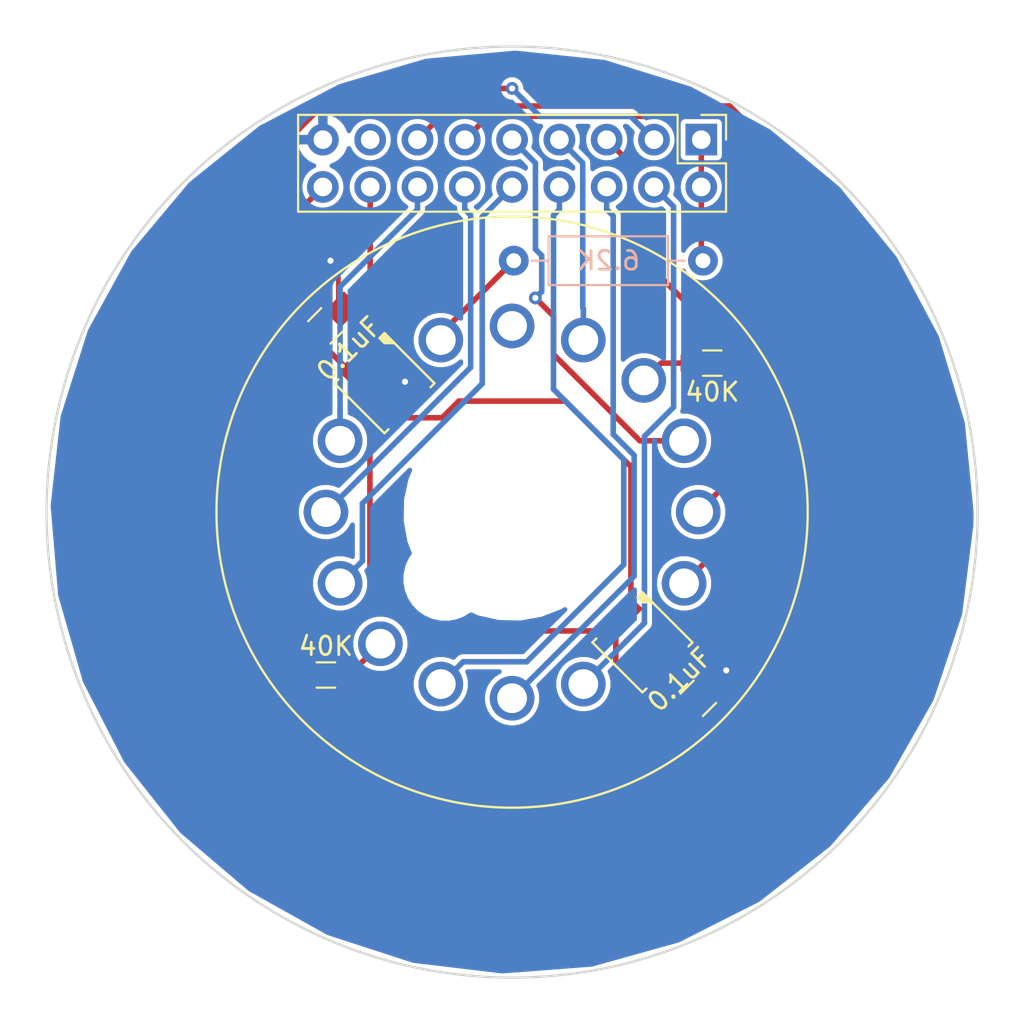
<source format=kicad_pcb>
(kicad_pcb (version 4) (host pcbnew 4.0.7)

  (general
    (links 27)
    (no_connects 0)
    (area 134.956499 94.316499 185.083501 144.443501)
    (thickness 1.6002)
    (drawings 2)
    (tracks 119)
    (zones 0)
    (modules 10)
    (nets 23)
  )

  (page A4)
  (layers
    (0 F.Cu signal)
    (31 B.Cu signal)
    (34 B.Paste user)
    (35 F.Paste user)
    (36 B.SilkS user)
    (37 F.SilkS user)
    (38 B.Mask user)
    (39 F.Mask user)
    (40 Dwgs.User user)
    (44 Edge.Cuts user)
  )

  (setup
    (last_trace_width 0.3)
    (user_trace_width 0.1524)
    (user_trace_width 0.2)
    (user_trace_width 0.25)
    (user_trace_width 0.3)
    (user_trace_width 0.4)
    (user_trace_width 0.5)
    (user_trace_width 0.6)
    (user_trace_width 0.8)
    (trace_clearance 0.254)
    (zone_clearance 0.1524)
    (zone_45_only no)
    (trace_min 0.1524)
    (segment_width 0.127)
    (edge_width 0.127)
    (via_size 0.6858)
    (via_drill 0.3302)
    (via_min_size 0.6858)
    (via_min_drill 0.3302)
    (uvia_size 0.508)
    (uvia_drill 0.127)
    (uvias_allowed no)
    (uvia_min_size 0.508)
    (uvia_min_drill 0.127)
    (pcb_text_width 0.127)
    (pcb_text_size 0.6 0.6)
    (mod_edge_width 0.127)
    (mod_text_size 0.6 0.6)
    (mod_text_width 0.127)
    (pad_size 1.524 1.524)
    (pad_drill 0.762)
    (pad_to_mask_clearance 0.05)
    (pad_to_paste_clearance -0.04)
    (aux_axis_origin 0 0)
    (grid_origin 160.02 119.38)
    (visible_elements 7FFFFF7F)
    (pcbplotparams
      (layerselection 0x3ffff_80000001)
      (usegerberextensions true)
      (usegerberattributes true)
      (excludeedgelayer true)
      (linewidth 0.127000)
      (plotframeref false)
      (viasonmask false)
      (mode 1)
      (useauxorigin false)
      (hpglpennumber 1)
      (hpglpenspeed 20)
      (hpglpendiameter 15)
      (hpglpenoverlay 2)
      (psnegative false)
      (psa4output false)
      (plotreference true)
      (plotvalue true)
      (plotinvisibletext false)
      (padsonsilk false)
      (subtractmaskfromsilk false)
      (outputformat 1)
      (mirror false)
      (drillshape 0)
      (scaleselection 1)
      (outputdirectory CAM/))
  )

  (net 0 "")
  (net 1 "Net-(LED1-Pad1-DO)")
  (net 2 +5V)
  (net 3 GND)
  (net 4 /Anode)
  (net 5 /HV12)
  (net 6 /HV6)
  (net 7 /HV11)
  (net 8 /HV5)
  (net 9 /HV10)
  (net 10 /HV4)
  (net 11 /HV9)
  (net 12 /HV3)
  (net 13 /HV8)
  (net 14 /HV2)
  (net 15 /HV7)
  (net 16 /HV1)
  (net 17 "Net-(J1-Pad15)")
  (net 18 /Din)
  (net 19 "Net-(LED2-Pad1-DO)")
  (net 20 "Net-(NX1-PadA)")
  (net 21 "Net-(NX1-PadT)")
  (net 22 "Net-(NX1-PadB)")

  (net_class Default "Imperial - this is the standard class"
    (clearance 0.254)
    (trace_width 0.254)
    (via_dia 0.6858)
    (via_drill 0.3302)
    (uvia_dia 0.508)
    (uvia_drill 0.127)
    (add_net +5V)
    (add_net /Anode)
    (add_net /Din)
    (add_net /HV1)
    (add_net /HV10)
    (add_net /HV11)
    (add_net /HV12)
    (add_net /HV2)
    (add_net /HV3)
    (add_net /HV4)
    (add_net /HV5)
    (add_net /HV6)
    (add_net /HV7)
    (add_net /HV8)
    (add_net /HV9)
    (add_net GND)
    (add_net "Net-(J1-Pad15)")
    (add_net "Net-(LED1-Pad1-DO)")
    (add_net "Net-(LED2-Pad1-DO)")
    (add_net "Net-(NX1-PadA)")
    (add_net "Net-(NX1-PadB)")
    (add_net "Net-(NX1-PadT)")
  )

  (net_class 0.2mm ""
    (clearance 0.2)
    (trace_width 0.2)
    (via_dia 0.6858)
    (via_drill 0.3302)
    (uvia_dia 0.508)
    (uvia_drill 0.127)
  )

  (net_class Minimal ""
    (clearance 0.1524)
    (trace_width 0.1524)
    (via_dia 0.6858)
    (via_drill 0.3302)
    (uvia_dia 0.508)
    (uvia_drill 0.127)
  )

  (module Pin_Headers:Pin_Header_Straight_2x09_Pitch2.54mm (layer F.Cu) (tedit 5B664FF8) (tstamp 5B664928)
    (at 170.18 99.38 270)
    (descr "Through hole straight pin header, 2x09, 2.54mm pitch, double rows")
    (tags "Through hole pin header THT 2x09 2.54mm double row")
    (path /5B2DA9B7)
    (fp_text reference J1 (at 1.27 -2.33 270) (layer F.SilkS) hide
      (effects (font (size 1 1) (thickness 0.15)))
    )
    (fp_text value Nixie (at 1.27 22.65 270) (layer F.Fab)
      (effects (font (size 1 1) (thickness 0.15)))
    )
    (fp_line (start 0 -1.27) (end 3.81 -1.27) (layer F.Fab) (width 0.1))
    (fp_line (start 3.81 -1.27) (end 3.81 21.59) (layer F.Fab) (width 0.1))
    (fp_line (start 3.81 21.59) (end -1.27 21.59) (layer F.Fab) (width 0.1))
    (fp_line (start -1.27 21.59) (end -1.27 0) (layer F.Fab) (width 0.1))
    (fp_line (start -1.27 0) (end 0 -1.27) (layer F.Fab) (width 0.1))
    (fp_line (start -1.33 21.65) (end 3.87 21.65) (layer F.SilkS) (width 0.12))
    (fp_line (start -1.33 1.27) (end -1.33 21.65) (layer F.SilkS) (width 0.12))
    (fp_line (start 3.87 -1.33) (end 3.87 21.65) (layer F.SilkS) (width 0.12))
    (fp_line (start -1.33 1.27) (end 1.27 1.27) (layer F.SilkS) (width 0.12))
    (fp_line (start 1.27 1.27) (end 1.27 -1.33) (layer F.SilkS) (width 0.12))
    (fp_line (start 1.27 -1.33) (end 3.87 -1.33) (layer F.SilkS) (width 0.12))
    (fp_line (start -1.33 0) (end -1.33 -1.33) (layer F.SilkS) (width 0.12))
    (fp_line (start -1.33 -1.33) (end 0 -1.33) (layer F.SilkS) (width 0.12))
    (fp_line (start -1.8 -1.8) (end -1.8 22.1) (layer F.CrtYd) (width 0.05))
    (fp_line (start -1.8 22.1) (end 4.35 22.1) (layer F.CrtYd) (width 0.05))
    (fp_line (start 4.35 22.1) (end 4.35 -1.8) (layer F.CrtYd) (width 0.05))
    (fp_line (start 4.35 -1.8) (end -1.8 -1.8) (layer F.CrtYd) (width 0.05))
    (fp_text user %R (at 1.27 10.16 360) (layer F.Fab)
      (effects (font (size 1 1) (thickness 0.15)))
    )
    (pad 1 thru_hole rect (at 0 0 270) (size 1.7 1.7) (drill 1) (layers *.Cu *.Mask)
      (net 4 /Anode))
    (pad 2 thru_hole oval (at 2.54 0 270) (size 1.7 1.7) (drill 1) (layers *.Cu *.Mask)
      (net 4 /Anode))
    (pad 3 thru_hole oval (at 0 2.54 270) (size 1.7 1.7) (drill 1) (layers *.Cu *.Mask)
      (net 5 /HV12))
    (pad 4 thru_hole oval (at 2.54 2.54 270) (size 1.7 1.7) (drill 1) (layers *.Cu *.Mask)
      (net 6 /HV6))
    (pad 5 thru_hole oval (at 0 5.08 270) (size 1.7 1.7) (drill 1) (layers *.Cu *.Mask)
      (net 7 /HV11))
    (pad 6 thru_hole oval (at 2.54 5.08 270) (size 1.7 1.7) (drill 1) (layers *.Cu *.Mask)
      (net 8 /HV5))
    (pad 7 thru_hole oval (at 0 7.62 270) (size 1.7 1.7) (drill 1) (layers *.Cu *.Mask)
      (net 9 /HV10))
    (pad 8 thru_hole oval (at 2.54 7.62 270) (size 1.7 1.7) (drill 1) (layers *.Cu *.Mask)
      (net 10 /HV4))
    (pad 9 thru_hole oval (at 0 10.16 270) (size 1.7 1.7) (drill 1) (layers *.Cu *.Mask)
      (net 11 /HV9))
    (pad 10 thru_hole oval (at 2.54 10.16 270) (size 1.7 1.7) (drill 1) (layers *.Cu *.Mask)
      (net 12 /HV3))
    (pad 11 thru_hole oval (at 0 12.7 270) (size 1.7 1.7) (drill 1) (layers *.Cu *.Mask)
      (net 13 /HV8))
    (pad 12 thru_hole oval (at 2.54 12.7 270) (size 1.7 1.7) (drill 1) (layers *.Cu *.Mask)
      (net 14 /HV2))
    (pad 13 thru_hole oval (at 0 15.24 270) (size 1.7 1.7) (drill 1) (layers *.Cu *.Mask)
      (net 15 /HV7))
    (pad 14 thru_hole oval (at 2.54 15.24 270) (size 1.7 1.7) (drill 1) (layers *.Cu *.Mask)
      (net 16 /HV1))
    (pad 15 thru_hole oval (at 0 17.78 270) (size 1.7 1.7) (drill 1) (layers *.Cu *.Mask)
      (net 17 "Net-(J1-Pad15)"))
    (pad 16 thru_hole oval (at 2.54 17.78 270) (size 1.7 1.7) (drill 1) (layers *.Cu *.Mask)
      (net 18 /Din))
    (pad 17 thru_hole oval (at 0 20.32 270) (size 1.7 1.7) (drill 1) (layers *.Cu *.Mask)
      (net 3 GND))
    (pad 18 thru_hole oval (at 2.54 20.32 270) (size 1.7 1.7) (drill 1) (layers *.Cu *.Mask)
      (net 2 +5V))
    (model ${KISYS3DMOD}/Pin_Headers.3dshapes/Pin_Header_Straight_2x09_Pitch2.54mm.wrl
      (at (xyz 0 0 -0.024))
      (scale (xyz 1 1 -1))
      (rotate (xyz 0 0 0))
    )
  )

  (module adafruit:adafruit-LED3535 (layer F.Cu) (tedit 5B664B35) (tstamp 5B66493C)
    (at 153.166475 112.462158 315)
    (path /5988498E)
    (attr smd)
    (fp_text reference LED1 (at 3.175 -0.254 405) (layer F.SilkS) hide
      (effects (font (size 0.8128 0.8128) (thickness 0.1524)))
    )
    (fp_text value WS2812BSK6812MINI (at 0.127 2.54 315) (layer F.SilkS) hide
      (effects (font (size 0.4064 0.4064) (thickness 0.0508)))
    )
    (fp_line (start -1.74752 -1.74752) (end 1.74752 -1.74752) (layer Dwgs.User) (width 0.127))
    (fp_line (start 1.74752 -1.74752) (end 1.74752 1.74752) (layer Dwgs.User) (width 0.127))
    (fp_line (start 1.74752 1.74752) (end -1.74752 1.74752) (layer Dwgs.User) (width 0.127))
    (fp_line (start -1.74752 1.74752) (end -1.74752 -1.74752) (layer Dwgs.User) (width 0.127))
    (fp_line (start -1.89992 -1.59766) (end -1.89992 -1.89992) (layer F.SilkS) (width 0.127))
    (fp_line (start -1.89992 -1.89992) (end 1.89992 -1.89992) (layer F.SilkS) (width 0.127))
    (fp_line (start 1.89992 -1.89992) (end 1.89992 -1.59766) (layer F.SilkS) (width 0.127))
    (fp_line (start -1.89992 1.59766) (end -1.89992 1.89992) (layer F.SilkS) (width 0.127))
    (fp_line (start -1.89992 1.89992) (end 1.89992 1.89992) (layer F.SilkS) (width 0.127))
    (fp_line (start 1.89992 1.89992) (end 1.89992 1.59766) (layer F.SilkS) (width 0.127))
    (fp_poly (pts (xy -1.905 -1.905) (xy -1.905 -1.524) (xy -1.524 -1.524) (xy -1.143 -1.905)
      (xy -1.905 -1.905)) (layer F.SilkS) (width 0.127))
    (fp_circle (center 0 0) (end 0 -1.39954) (layer Dwgs.User) (width 0.127))
    (pad 1-DO smd rect (at 1.74752 0.87376 45) (size 0.84836 0.99822) (layers F.Cu F.Paste F.Mask)
      (net 1 "Net-(LED1-Pad1-DO)"))
    (pad 2-GN smd rect (at 1.74752 -0.87376 45) (size 0.84836 0.99822) (layers F.Cu F.Paste F.Mask)
      (net 3 GND))
    (pad 3-DI smd rect (at -1.74752 -0.87376 45) (size 0.84836 0.99822) (layers F.Cu F.Paste F.Mask)
      (net 18 /Din))
    (pad 4-VD smd rect (at -1.74752 0.87376 45) (size 0.84836 0.99822) (layers F.Cu F.Paste F.Mask)
      (net 2 +5V))
  )

  (module adafruit:adafruit-LED3535 (layer F.Cu) (tedit 5B664B3B) (tstamp 5B664950)
    (at 167.02 126.38 315)
    (path /598849B0)
    (attr smd)
    (fp_text reference LED2 (at 3.175 -0.254 405) (layer F.SilkS) hide
      (effects (font (size 0.8128 0.8128) (thickness 0.1524)))
    )
    (fp_text value WS2812BSK6812MINI (at 0.127 2.54 315) (layer F.SilkS) hide
      (effects (font (size 0.4064 0.4064) (thickness 0.0508)))
    )
    (fp_line (start -1.74752 -1.74752) (end 1.74752 -1.74752) (layer Dwgs.User) (width 0.127))
    (fp_line (start 1.74752 -1.74752) (end 1.74752 1.74752) (layer Dwgs.User) (width 0.127))
    (fp_line (start 1.74752 1.74752) (end -1.74752 1.74752) (layer Dwgs.User) (width 0.127))
    (fp_line (start -1.74752 1.74752) (end -1.74752 -1.74752) (layer Dwgs.User) (width 0.127))
    (fp_line (start -1.89992 -1.59766) (end -1.89992 -1.89992) (layer F.SilkS) (width 0.127))
    (fp_line (start -1.89992 -1.89992) (end 1.89992 -1.89992) (layer F.SilkS) (width 0.127))
    (fp_line (start 1.89992 -1.89992) (end 1.89992 -1.59766) (layer F.SilkS) (width 0.127))
    (fp_line (start -1.89992 1.59766) (end -1.89992 1.89992) (layer F.SilkS) (width 0.127))
    (fp_line (start -1.89992 1.89992) (end 1.89992 1.89992) (layer F.SilkS) (width 0.127))
    (fp_line (start 1.89992 1.89992) (end 1.89992 1.59766) (layer F.SilkS) (width 0.127))
    (fp_poly (pts (xy -1.905 -1.905) (xy -1.905 -1.524) (xy -1.524 -1.524) (xy -1.143 -1.905)
      (xy -1.905 -1.905)) (layer F.SilkS) (width 0.127))
    (fp_circle (center 0 0) (end 0 -1.39954) (layer Dwgs.User) (width 0.127))
    (pad 1-DO smd rect (at 1.74752 0.87376 45) (size 0.84836 0.99822) (layers F.Cu F.Paste F.Mask)
      (net 19 "Net-(LED2-Pad1-DO)"))
    (pad 2-GN smd rect (at 1.74752 -0.87376 45) (size 0.84836 0.99822) (layers F.Cu F.Paste F.Mask)
      (net 3 GND))
    (pad 3-DI smd rect (at -1.74752 -0.87376 45) (size 0.84836 0.99822) (layers F.Cu F.Paste F.Mask)
      (net 1 "Net-(LED1-Pad1-DO)"))
    (pad 4-VD smd rect (at -1.74752 0.87376 45) (size 0.84836 0.99822) (layers F.Cu F.Paste F.Mask)
      (net 2 +5V))
  )

  (module mynixies:mynixies-CD11 (layer F.Cu) (tedit 5B664AA4) (tstamp 5B664967)
    (at 160.02 119.38 315)
    (path /5B2DAD12)
    (autoplace_cost90 10)
    (attr virtual)
    (fp_text reference NX1 (at 10.16 0 315) (layer F.SilkS) hide
      (effects (font (size 1.27 1.27) (thickness 0.1016)))
    )
    (fp_text value CD11ALLPINS (at -10.16 0 315) (layer F.SilkS) hide
      (effects (font (size 1.27 1.27) (thickness 0.1016)))
    )
    (fp_circle (center 0 0) (end 0 -15.875) (layer F.SilkS) (width 0.127))
    (fp_text user Top (at 0 -13.97 315) (layer F.SilkS) hide
      (effects (font (size 1.27 1.27) (thickness 0.1016)))
    )
    (fp_text user Bottom (at 0 13.97 315) (layer F.SilkS) hide
      (effects (font (size 1.27 1.27) (thickness 0.1016)))
    )
    (pad 0 thru_hole circle (at -3.82524 -9.23798 315) (size 2.39776 2.39776) (drill 1.59766) (layers *.Cu *.Paste *.Mask)
      (net 9 /HV10))
    (pad 1 thru_hole circle (at -9.23798 3.82524 315) (size 2.39776 2.39776) (drill 1.59766) (layers *.Cu *.Paste *.Mask)
      (net 16 /HV1))
    (pad 2 thru_hole circle (at -7.06882 7.06882 315) (size 2.39776 2.39776) (drill 1.59766) (layers *.Cu *.Paste *.Mask)
      (net 14 /HV2))
    (pad 3 thru_hole circle (at -3.82524 9.23798 315) (size 2.39776 2.39776) (drill 1.59766) (layers *.Cu *.Paste *.Mask)
      (net 12 /HV3))
    (pad 4 thru_hole circle (at 3.82524 9.23798 315) (size 2.39776 2.39776) (drill 1.59766) (layers *.Cu *.Paste *.Mask)
      (net 10 /HV4))
    (pad 5 thru_hole circle (at 7.06882 7.06882 315) (size 2.39776 2.39776) (drill 1.59766) (layers *.Cu *.Paste *.Mask)
      (net 8 /HV5))
    (pad 6 thru_hole circle (at 9.23798 3.82524 315) (size 2.39776 2.39776) (drill 1.59766) (layers *.Cu *.Paste *.Mask)
      (net 6 /HV6))
    (pad 7 thru_hole circle (at 9.23798 -3.82524 315) (size 2.39776 2.39776) (drill 1.59766) (layers *.Cu *.Paste *.Mask)
      (net 15 /HV7))
    (pad 8 thru_hole circle (at 7.06882 -7.06882 315) (size 2.39776 2.39776) (drill 1.59766) (layers *.Cu *.Paste *.Mask)
      (net 13 /HV8))
    (pad 9 thru_hole circle (at 3.82524 -9.23798 315) (size 2.39776 2.39776) (drill 1.59766) (layers *.Cu *.Paste *.Mask)
      (net 11 /HV9))
    (pad A thru_hole circle (at -9.23798 -3.82524 315) (size 2.39776 2.39776) (drill 1.59766) (layers *.Cu *.Paste *.Mask)
      (net 20 "Net-(NX1-PadA)"))
    (pad B thru_hole circle (at 0 9.99998 315) (size 2.39776 2.39776) (drill 1.59766) (layers *.Cu *.Paste *.Mask)
      (net 22 "Net-(NX1-PadB)"))
    (pad NC@1 thru_hole circle (at -7.06882 -7.06882 315) (size 2.39776 2.39776) (drill 1.59766) (layers *.Cu *.Paste *.Mask))
    (pad T thru_hole circle (at 0 -9.99998 315) (size 2.39776 2.39776) (drill 1.59766) (layers *.Cu *.Paste *.Mask)
      (net 21 "Net-(NX1-PadT)"))
    (pad "" np_thru_hole circle (at 0 0 315) (size 11.1125 11.1125) (drill 11.1125) (layers *.Cu *.Mask))
    (pad "" np_thru_hole circle (at 0 5.08 315) (size 3.96748 3.96748) (drill 3.96748) (layers *.Cu *.Mask))
  )

  (module Resistors_SMD:R_0603_HandSoldering (layer F.Cu) (tedit 5B66575A) (tstamp 5B664989)
    (at 170.77 111.38)
    (descr "Resistor SMD 0603, hand soldering")
    (tags "resistor 0603")
    (path /5B2DAEA2)
    (attr smd)
    (fp_text reference R2 (at 0 -1.45) (layer F.SilkS) hide
      (effects (font (size 1 1) (thickness 0.15)))
    )
    (fp_text value 40K (at 0 1.55) (layer F.SilkS)
      (effects (font (size 1 1) (thickness 0.15)))
    )
    (fp_text user %R (at 0 0) (layer F.Fab)
      (effects (font (size 0.4 0.4) (thickness 0.075)))
    )
    (fp_line (start -0.8 0.4) (end -0.8 -0.4) (layer F.Fab) (width 0.1))
    (fp_line (start 0.8 0.4) (end -0.8 0.4) (layer F.Fab) (width 0.1))
    (fp_line (start 0.8 -0.4) (end 0.8 0.4) (layer F.Fab) (width 0.1))
    (fp_line (start -0.8 -0.4) (end 0.8 -0.4) (layer F.Fab) (width 0.1))
    (fp_line (start 0.5 0.68) (end -0.5 0.68) (layer F.SilkS) (width 0.12))
    (fp_line (start -0.5 -0.68) (end 0.5 -0.68) (layer F.SilkS) (width 0.12))
    (fp_line (start -1.96 -0.7) (end 1.95 -0.7) (layer F.CrtYd) (width 0.05))
    (fp_line (start -1.96 -0.7) (end -1.96 0.7) (layer F.CrtYd) (width 0.05))
    (fp_line (start 1.95 0.7) (end 1.95 -0.7) (layer F.CrtYd) (width 0.05))
    (fp_line (start 1.95 0.7) (end -1.96 0.7) (layer F.CrtYd) (width 0.05))
    (pad 1 smd rect (at -1.1 0) (size 1.2 0.9) (layers F.Cu F.Paste F.Mask)
      (net 21 "Net-(NX1-PadT)"))
    (pad 2 smd rect (at 1.1 0) (size 1.2 0.9) (layers F.Cu F.Paste F.Mask)
      (net 7 /HV11))
    (model ${KISYS3DMOD}/Resistors_SMD.3dshapes/R_0603.wrl
      (at (xyz 0 0 0))
      (scale (xyz 1 1 1))
      (rotate (xyz 0 0 0))
    )
  )

  (module Resistors_SMD:R_0603_HandSoldering (layer F.Cu) (tedit 5B665744) (tstamp 5B66499A)
    (at 150.02 128.13 180)
    (descr "Resistor SMD 0603, hand soldering")
    (tags "resistor 0603")
    (path /5B2DAEC7)
    (attr smd)
    (fp_text reference R3 (at 0 -1.45 180) (layer F.SilkS) hide
      (effects (font (size 1 1) (thickness 0.15)))
    )
    (fp_text value 40K (at 0 1.55 180) (layer F.SilkS)
      (effects (font (size 1 1) (thickness 0.15)))
    )
    (fp_text user %R (at 0 0 180) (layer F.Fab)
      (effects (font (size 0.4 0.4) (thickness 0.075)))
    )
    (fp_line (start -0.8 0.4) (end -0.8 -0.4) (layer F.Fab) (width 0.1))
    (fp_line (start 0.8 0.4) (end -0.8 0.4) (layer F.Fab) (width 0.1))
    (fp_line (start 0.8 -0.4) (end 0.8 0.4) (layer F.Fab) (width 0.1))
    (fp_line (start -0.8 -0.4) (end 0.8 -0.4) (layer F.Fab) (width 0.1))
    (fp_line (start 0.5 0.68) (end -0.5 0.68) (layer F.SilkS) (width 0.12))
    (fp_line (start -0.5 -0.68) (end 0.5 -0.68) (layer F.SilkS) (width 0.12))
    (fp_line (start -1.96 -0.7) (end 1.95 -0.7) (layer F.CrtYd) (width 0.05))
    (fp_line (start -1.96 -0.7) (end -1.96 0.7) (layer F.CrtYd) (width 0.05))
    (fp_line (start 1.95 0.7) (end 1.95 -0.7) (layer F.CrtYd) (width 0.05))
    (fp_line (start 1.95 0.7) (end -1.96 0.7) (layer F.CrtYd) (width 0.05))
    (pad 1 smd rect (at -1.1 0 180) (size 1.2 0.9) (layers F.Cu F.Paste F.Mask)
      (net 22 "Net-(NX1-PadB)"))
    (pad 2 smd rect (at 1.1 0 180) (size 1.2 0.9) (layers F.Cu F.Paste F.Mask)
      (net 5 /HV12))
    (model ${KISYS3DMOD}/Resistors_SMD.3dshapes/R_0603.wrl
      (at (xyz 0 0 0))
      (scale (xyz 1 1 1))
      (rotate (xyz 0 0 0))
    )
  )

  (module logos:mermaid_l (layer B.Cu) (tedit 0) (tstamp 5B66513B)
    (at 164.27 136.88 180)
    (fp_text reference G*** (at 0 0 180) (layer B.SilkS) hide
      (effects (font (thickness 0.3)) (justify mirror))
    )
    (fp_text value LOGO (at 0.75 0 180) (layer B.SilkS) hide
      (effects (font (thickness 0.3)) (justify mirror))
    )
    (fp_poly (pts (xy 0.016811 3.773536) (xy 0.035492 3.771585) (xy 0.039687 3.770741) (xy 0.079417 3.757244)
      (xy 0.111324 3.737775) (xy 0.124832 3.725513) (xy 0.142677 3.704599) (xy 0.153161 3.684612)
      (xy 0.15793 3.661447) (xy 0.15875 3.64097) (xy 0.158058 3.61993) (xy 0.155124 3.604749)
      (xy 0.148654 3.590748) (xy 0.141938 3.580059) (xy 0.122141 3.557766) (xy 0.098998 3.544256)
      (xy 0.074141 3.539962) (xy 0.049199 3.545313) (xy 0.036501 3.55221) (xy 0.025568 3.560763)
      (xy 0.019906 3.570026) (xy 0.017449 3.584153) (xy 0.016932 3.59157) (xy 0.016648 3.608477)
      (xy 0.018904 3.618133) (xy 0.024587 3.623743) (xy 0.026084 3.624592) (xy 0.039465 3.627784)
      (xy 0.050441 3.626922) (xy 0.059967 3.622881) (xy 0.061919 3.615123) (xy 0.060823 3.608777)
      (xy 0.060289 3.596153) (xy 0.064906 3.590901) (xy 0.073078 3.592235) (xy 0.083211 3.599369)
      (xy 0.093713 3.61152) (xy 0.102989 3.6279) (xy 0.103896 3.629997) (xy 0.108418 3.643365)
      (xy 0.108287 3.6547) (xy 0.103467 3.669685) (xy 0.087643 3.698859) (xy 0.064252 3.721926)
      (xy 0.050164 3.731216) (xy 0.036916 3.737802) (xy 0.022748 3.741623) (xy 0.004134 3.743365)
      (xy -0.014288 3.743716) (xy -0.040147 3.742911) (xy -0.057394 3.740394) (xy -0.064294 3.73724)
      (xy -0.073648 3.731439) (xy -0.077728 3.730626) (xy -0.088165 3.726605) (xy -0.102163 3.716065)
      (xy -0.117406 3.701291) (xy -0.131579 3.684564) (xy -0.142367 3.668169) (xy -0.143717 3.665542)
      (xy -0.151883 3.648712) (xy -0.159332 3.633251) (xy -0.163088 3.620111) (xy -0.165384 3.598867)
      (xy -0.16631 3.568514) (xy -0.166318 3.553876) (xy -0.166026 3.5265) (xy -0.165145 3.506715)
      (xy -0.163111 3.491529) (xy -0.159359 3.477949) (xy -0.153324 3.462983) (xy -0.14625 3.447521)
      (xy -0.121753 3.405235) (xy -0.0903 3.36927) (xy -0.051325 3.33924) (xy -0.004264 3.314759)
      (xy 0.051447 3.295441) (xy 0.089958 3.28602) (xy 0.119366 3.282227) (xy 0.156195 3.281263)
      (xy 0.197719 3.282946) (xy 0.241212 3.28709) (xy 0.283951 3.293513) (xy 0.321687 3.301638)
      (xy 0.342155 3.307861) (xy 0.360849 3.315263) (xy 0.376278 3.322945) (xy 0.386953 3.330006)
      (xy 0.391385 3.335547) (xy 0.388082 3.338667) (xy 0.383597 3.339042) (xy 0.373649 3.342219)
      (xy 0.357833 3.350734) (xy 0.338335 3.36306) (xy 0.317344 3.377673) (xy 0.297047 3.393046)
      (xy 0.279632 3.407655) (xy 0.267286 3.419973) (xy 0.26692 3.420407) (xy 0.246827 3.446164)
      (xy 0.232225 3.469838) (xy 0.221889 3.494463) (xy 0.214597 3.523071) (xy 0.209127 3.558694)
      (xy 0.208269 3.565849) (xy 0.208225 3.599519) (xy 0.214696 3.635439) (xy 0.226608 3.670269)
      (xy 0.242885 3.700666) (xy 0.257355 3.718587) (xy 0.284712 3.739246) (xy 0.316451 3.752322)
      (xy 0.350326 3.757709) (xy 0.384089 3.755304) (xy 0.415495 3.745003) (xy 0.441854 3.727116)
      (xy 0.456743 3.708989) (xy 0.464158 3.687733) (xy 0.465666 3.667574) (xy 0.46447 3.649678)
      (xy 0.459418 3.636679) (xy 0.44831 3.623019) (xy 0.447843 3.622523) (xy 0.432662 3.60928)
      (xy 0.418526 3.60395) (xy 0.413448 3.603625) (xy 0.394908 3.608269) (xy 0.381565 3.620647)
      (xy 0.375782 3.638431) (xy 0.375708 3.640833) (xy 0.378805 3.655072) (xy 0.386689 3.660815)
      (xy 0.397247 3.657238) (xy 0.40302 3.65151) (xy 0.411119 3.643576) (xy 0.417703 3.64383)
      (xy 0.420717 3.645984) (xy 0.426691 3.656909) (xy 0.428309 3.673525) (xy 0.425542 3.691863)
      (xy 0.421138 3.703294) (xy 0.410709 3.716673) (xy 0.399156 3.725521) (xy 0.381042 3.731036)
      (xy 0.358057 3.732598) (xy 0.335132 3.730244) (xy 0.318905 3.724949) (xy 0.298369 3.711409)
      (xy 0.278961 3.693672) (xy 0.264484 3.675356) (xy 0.26187 3.670693) (xy 0.258107 3.658302)
      (xy 0.255508 3.640465) (xy 0.254155 3.620218) (xy 0.254128 3.6006) (xy 0.25551 3.584648)
      (xy 0.258381 3.5754) (xy 0.259291 3.574521) (xy 0.263387 3.567227) (xy 0.264583 3.558334)
      (xy 0.266434 3.54854) (xy 0.269875 3.545417) (xy 0.274956 3.541344) (xy 0.275166 3.539772)
      (xy 0.278369 3.532005) (xy 0.286651 3.519125) (xy 0.298022 3.503894) (xy 0.310492 3.489074)
      (xy 0.315691 3.483521) (xy 0.332808 3.469181) (xy 0.356966 3.453086) (xy 0.385192 3.436898)
      (xy 0.41451 3.422278) (xy 0.441945 3.410886) (xy 0.451563 3.407656) (xy 0.513508 3.39253)
      (xy 0.572008 3.386659) (xy 0.6285 3.390216) (xy 0.684423 3.403376) (xy 0.741216 3.42631)
      (xy 0.78052 3.447259) (xy 0.817352 3.46804) (xy 0.848125 3.483558) (xy 0.875501 3.494552)
      (xy 0.902139 3.501759) (xy 0.9307 3.505917) (xy 0.963843 3.507764) (xy 0.999762 3.50806)
      (xy 1.029829 3.507596) (xy 1.058475 3.506543) (xy 1.08289 3.505047) (xy 1.100268 3.50325)
      (xy 1.103312 3.502746) (xy 1.124251 3.498943) (xy 1.148566 3.494739) (xy 1.16152 3.492588)
      (xy 1.183437 3.488718) (xy 1.205109 3.484407) (xy 1.21576 3.482026) (xy 1.242534 3.475574)
      (xy 1.261268 3.470981) (xy 1.27422 3.467665) (xy 1.283649 3.465044) (xy 1.29181 3.462534)
      (xy 1.293812 3.46189) (xy 1.330054 3.447173) (xy 1.362613 3.428217) (xy 1.390124 3.406284)
      (xy 1.411222 3.382636) (xy 1.42454 3.358536) (xy 1.428749 3.337087) (xy 1.430965 3.31796)
      (xy 1.436932 3.293293) (xy 1.445634 3.266996) (xy 1.4496 3.257021) (xy 1.460028 3.223921)
      (xy 1.465344 3.188889) (xy 1.465701 3.173183) (xy 1.465206 3.152449) (xy 1.465622 3.140318)
      (xy 1.467505 3.134815) (xy 1.471411 3.133966) (xy 1.476375 3.135313) (xy 1.485246 3.136563)
      (xy 1.485546 3.132317) (xy 1.477379 3.123141) (xy 1.473497 3.119686) (xy 1.464568 3.110292)
      (xy 1.463129 3.101507) (xy 1.465406 3.093994) (xy 1.472998 3.082438) (xy 1.485846 3.06985)
      (xy 1.491895 3.065257) (xy 1.507592 3.051442) (xy 1.513053 3.038041) (xy 1.508312 3.023896)
      (xy 1.493572 3.007997) (xy 1.481954 2.996879) (xy 1.477871 2.989625) (xy 1.480148 2.984092)
      (xy 1.480343 2.983889) (xy 1.48489 2.973373) (xy 1.486712 2.956585) (xy 1.485771 2.93749)
      (xy 1.482027 2.920051) (xy 1.481007 2.917281) (xy 1.468042 2.883178) (xy 1.459777 2.85676)
      (xy 1.455764 2.836468) (xy 1.455208 2.827306) (xy 1.451635 2.812089) (xy 1.440656 2.801224)
      (xy 1.433744 2.797314) (xy 1.425278 2.794661) (xy 1.41333 2.793085) (xy 1.395971 2.79241)
      (xy 1.371273 2.792457) (xy 1.349375 2.792809) (xy 1.31873 2.793255) (xy 1.296659 2.793112)
      (xy 1.281157 2.792186) (xy 1.270221 2.790279) (xy 1.261849 2.787196) (xy 1.255447 2.783626)
      (xy 1.244268 2.774775) (xy 1.238474 2.766405) (xy 1.23825 2.764974) (xy 1.235863 2.757876)
      (xy 1.233805 2.756959) (xy 1.229201 2.752098) (xy 1.223916 2.739092) (xy 1.218503 2.720308)
      (xy 1.213515 2.698112) (xy 1.209506 2.674871) (xy 1.207028 2.652951) (xy 1.2065 2.640132)
      (xy 1.207874 2.614203) (xy 1.211589 2.582523) (xy 1.217032 2.549504) (xy 1.222776 2.522803)
      (xy 1.235661 2.473043) (xy 1.247332 2.433315) (xy 1.257929 2.403156) (xy 1.259293 2.399771)
      (xy 1.264013 2.387513) (xy 1.269636 2.371955) (xy 1.270086 2.370667) (xy 1.278721 2.347809)
      (xy 1.289907 2.322021) (xy 1.304888 2.290463) (xy 1.308378 2.283355) (xy 1.317963 2.259043)
      (xy 1.323702 2.234224) (xy 1.325348 2.211548) (xy 1.322652 2.19366) (xy 1.317561 2.184909)
      (xy 1.307186 2.176016) (xy 1.292853 2.165074) (xy 1.277255 2.153968) (xy 1.263087 2.144581)
      (xy 1.253044 2.138797) (xy 1.250232 2.137834) (xy 1.242386 2.13401) (xy 1.231208 2.124466)
      (xy 1.219519 2.11209) (xy 1.21014 2.099773) (xy 1.206613 2.093154) (xy 1.204218 2.073293)
      (xy 1.210459 2.048342) (xy 1.211685 2.04523) (xy 1.220793 2.023791) (xy 1.23213 1.998543)
      (xy 1.244765 1.971403) (xy 1.257766 1.944284) (xy 1.270202 1.9191) (xy 1.281142 1.897767)
      (xy 1.289653 1.882198) (xy 1.294804 1.874308) (xy 1.294911 1.874195) (xy 1.300737 1.866426)
      (xy 1.30175 1.863411) (xy 1.305702 1.855954) (xy 1.316422 1.843726) (xy 1.332206 1.828296)
      (xy 1.351351 1.811235) (xy 1.372151 1.794113) (xy 1.392903 1.778501) (xy 1.397 1.775628)
      (xy 1.412481 1.764474) (xy 1.432822 1.749179) (xy 1.456251 1.731147) (xy 1.480994 1.711783)
      (xy 1.505277 1.692489) (xy 1.527327 1.674669) (xy 1.54537 1.659728) (xy 1.557633 1.649068)
      (xy 1.561041 1.645785) (xy 1.566531 1.641261) (xy 1.577559 1.632846) (xy 1.584854 1.62743)
      (xy 1.599074 1.616479) (xy 1.610642 1.606732) (xy 1.613958 1.603563) (xy 1.621166 1.597319)
      (xy 1.63503 1.586326) (xy 1.653625 1.57203) (xy 1.675029 1.555881) (xy 1.697317 1.539326)
      (xy 1.718566 1.523814) (xy 1.736854 1.510793) (xy 1.740958 1.507944) (xy 1.75542 1.497422)
      (xy 1.767734 1.487559) (xy 1.769672 1.48584) (xy 1.781335 1.477351) (xy 1.789516 1.473434)
      (xy 1.797549 1.469117) (xy 1.799166 1.466423) (xy 1.803588 1.462135) (xy 1.814535 1.456503)
      (xy 1.817687 1.455209) (xy 1.829662 1.449593) (xy 1.835937 1.444862) (xy 1.836208 1.4441)
      (xy 1.840779 1.440501) (xy 1.852852 1.434525) (xy 1.869967 1.42737) (xy 1.872824 1.426267)
      (xy 1.88894 1.420424) (xy 1.902804 1.416562) (xy 1.917198 1.414357) (xy 1.934907 1.413483)
      (xy 1.958714 1.413615) (xy 1.977334 1.414048) (xy 2.011477 1.415666) (xy 2.050591 1.418652)
      (xy 2.089221 1.422539) (xy 2.114726 1.425785) (xy 2.14488 1.42989) (xy 2.16751 1.432256)
      (xy 2.18552 1.432964) (xy 2.201812 1.432095) (xy 2.219288 1.429731) (xy 2.224528 1.428856)
      (xy 2.245404 1.424861) (xy 2.257747 1.421152) (xy 2.263552 1.416902) (xy 2.264833 1.412127)
      (xy 2.263508 1.406717) (xy 2.257986 1.403732) (xy 2.245944 1.402491) (xy 2.231409 1.402292)
      (xy 2.207764 1.401303) (xy 2.182238 1.398663) (xy 2.158033 1.394866) (xy 2.138355 1.390404)
      (xy 2.12725 1.386276) (xy 2.123304 1.383434) (xy 2.123829 1.381057) (xy 2.130164 1.378752)
      (xy 2.143652 1.376125) (xy 2.165634 1.37278) (xy 2.180166 1.370725) (xy 2.208747 1.366286)
      (xy 2.230983 1.361492) (xy 2.251087 1.355226) (xy 2.27327 1.34637) (xy 2.275416 1.345449)
      (xy 2.291879 1.337058) (xy 2.307873 1.326809) (xy 2.32072 1.316668) (xy 2.327745 1.308602)
      (xy 2.328333 1.306591) (xy 2.323743 1.304335) (xy 2.312281 1.304011) (xy 2.297402 1.305252)
      (xy 2.282566 1.307694) (xy 2.271229 1.31097) (xy 2.267743 1.312991) (xy 2.258675 1.31683)
      (xy 2.251604 1.317626) (xy 2.239817 1.320172) (xy 2.234786 1.323331) (xy 2.225761 1.326846)
      (xy 2.213884 1.326984) (xy 2.204136 1.325219) (xy 2.204029 1.323129) (xy 2.20927 1.320799)
      (xy 2.23606 1.310129) (xy 2.25511 1.301894) (xy 2.268643 1.294964) (xy 2.278885 1.288209)
      (xy 2.287322 1.281169) (xy 2.296853 1.2715) (xy 2.301715 1.264499) (xy 2.301875 1.263719)
      (xy 2.297454 1.259587) (xy 2.285098 1.260225) (xy 2.266162 1.265338) (xy 2.242005 1.274631)
      (xy 2.232778 1.27872) (xy 2.210862 1.287938) (xy 2.195226 1.292907) (xy 2.186673 1.293593)
      (xy 2.186011 1.289959) (xy 2.194044 1.28197) (xy 2.19612 1.28034) (xy 2.207237 1.273141)
      (xy 2.215319 1.270118) (xy 2.221801 1.265714) (xy 2.226876 1.256324) (xy 2.227791 1.251047)
      (xy 2.223516 1.248302) (xy 2.212505 1.249392) (xy 2.197482 1.253408) (xy 2.181171 1.259436)
      (xy 2.166296 1.266566) (xy 2.15558 1.273887) (xy 2.153708 1.275833) (xy 2.146702 1.280288)
      (xy 2.132687 1.286789) (xy 2.114695 1.294037) (xy 2.095756 1.300732) (xy 2.095124 1.300937)
      (xy 2.07869 1.304461) (xy 2.057774 1.306667) (xy 2.046312 1.307042) (xy 2.028903 1.306558)
      (xy 2.018807 1.304253) (xy 2.012768 1.298853) (xy 2.009183 1.29249) (xy 2.005287 1.278785)
      (xy 2.008579 1.265874) (xy 2.019902 1.252443) (xy 2.040101 1.237179) (xy 2.048014 1.232048)
      (xy 2.069352 1.218173) (xy 2.083328 1.207722) (xy 2.091758 1.198848) (xy 2.096459 1.189706)
      (xy 2.098878 1.180349) (xy 2.099775 1.168122) (xy 2.095521 1.163627) (xy 2.094838 1.16354)
      (xy 2.077123 1.165005) (xy 2.064663 1.173081) (xy 2.054291 1.180457) (xy 2.036679 1.190046)
      (xy 2.014573 1.20055) (xy 1.990717 1.210671) (xy 1.967857 1.219114) (xy 1.965854 1.219776)
      (xy 1.928101 1.233609) (xy 1.898307 1.248381) (xy 1.87387 1.26573) (xy 1.852189 1.287294)
      (xy 1.844908 1.29597) (xy 1.82922 1.314316) (xy 1.813605 1.330793) (xy 1.80082 1.342542)
      (xy 1.797992 1.344686) (xy 1.786309 1.353213) (xy 1.778836 1.359346) (xy 1.778 1.360236)
      (xy 1.771224 1.365606) (xy 1.75693 1.374794) (xy 1.736985 1.386729) (xy 1.713259 1.400343)
      (xy 1.687619 1.414565) (xy 1.661936 1.428326) (xy 1.638076 1.440557) (xy 1.635125 1.442019)
      (xy 1.587553 1.46584) (xy 1.546283 1.487396) (xy 1.507857 1.50852) (xy 1.481666 1.52353)
      (xy 1.464862 1.532936) (xy 1.450648 1.540248) (xy 1.443302 1.543429) (xy 1.435482 1.548118)
      (xy 1.434041 1.551076) (xy 1.429946 1.555562) (xy 1.42835 1.55575) (xy 1.421455 1.558368)
      (xy 1.407463 1.565519) (xy 1.388265 1.576151) (xy 1.365753 1.589212) (xy 1.341819 1.60365)
      (xy 1.338081 1.605957) (xy 1.328838 1.611626) (xy 1.314356 1.620452) (xy 1.303686 1.626934)
      (xy 1.289183 1.635949) (xy 1.278713 1.64286) (xy 1.275291 1.645485) (xy 1.269816 1.650117)
      (xy 1.258818 1.65865) (xy 1.251479 1.66417) (xy 1.234056 1.677274) (xy 1.220686 1.687881)
      (xy 1.208649 1.698391) (xy 1.195222 1.711206) (xy 1.177684 1.728725) (xy 1.173427 1.733021)
      (xy 1.154691 1.753203) (xy 1.136473 1.774958) (xy 1.121826 1.794574) (xy 1.117957 1.80049)
      (xy 1.107458 1.815879) (xy 1.098096 1.826821) (xy 1.091977 1.830917) (xy 1.085418 1.828569)
      (xy 1.084785 1.826948) (xy 1.081627 1.820717) (xy 1.073818 1.810294) (xy 1.071556 1.807605)
      (xy 1.063024 1.796859) (xy 1.058535 1.789598) (xy 1.058333 1.788759) (xy 1.055116 1.78268)
      (xy 1.048847 1.77503) (xy 1.038358 1.760344) (xy 1.026121 1.737991) (xy 1.013216 1.710506)
      (xy 1.00072 1.680421) (xy 0.989714 1.650268) (xy 0.981275 1.622581) (xy 0.977986 1.608667)
      (xy 0.968972 1.562362) (xy 0.962328 1.523365) (xy 0.95779 1.488735) (xy 0.955093 1.45553)
      (xy 0.953972 1.420809) (xy 0.954162 1.38163) (xy 0.954874 1.352021) (xy 0.955956 1.318336)
      (xy 0.957154 1.287144) (xy 0.958377 1.260422) (xy 0.959534 1.240144) (xy 0.960534 1.228284)
      (xy 0.960617 1.227667) (xy 0.961429 1.217554) (xy 0.962358 1.198447) (xy 0.96335 1.171939)
      (xy 0.964353 1.139617) (xy 0.96531 1.103071) (xy 0.96617 1.063891) (xy 0.966176 1.063625)
      (xy 0.966988 1.016579) (xy 0.967314 0.977779) (xy 0.967075 0.9449) (xy 0.96619 0.915612)
      (xy 0.964579 0.887587) (xy 0.962164 0.858498) (xy 0.958863 0.826017) (xy 0.95765 0.814917)
      (xy 0.951084 0.75682) (xy 0.945176 0.707679) (xy 0.939682 0.665903) (xy 0.934356 0.629902)
      (xy 0.928956 0.598088) (xy 0.923235 0.56887) (xy 0.916949 0.54066) (xy 0.912885 0.523875)
      (xy 0.906794 0.498662) (xy 0.901413 0.475129) (xy 0.897462 0.456489) (xy 0.895973 0.44834)
      (xy 0.892856 0.434708) (xy 0.889085 0.426281) (xy 0.888285 0.425538) (xy 0.884592 0.418555)
      (xy 0.883669 0.411115) (xy 0.882028 0.401383) (xy 0.877635 0.38436) (xy 0.871226 0.362746)
      (xy 0.866028 0.346605) (xy 0.857767 0.321534) (xy 0.84996 0.297435) (xy 0.843739 0.277819)
      (xy 0.841302 0.269875) (xy 0.836378 0.25453) (xy 0.832191 0.243342) (xy 0.830942 0.240771)
      (xy 0.827336 0.232696) (xy 0.822295 0.21902) (xy 0.820702 0.214313) (xy 0.81395 0.195276)
      (xy 0.806669 0.176625) (xy 0.80583 0.174625) (xy 0.798972 0.158321) (xy 0.792944 0.14374)
      (xy 0.792593 0.142875) (xy 0.786649 0.129107) (xy 0.782549 0.120458) (xy 0.778574 0.110063)
      (xy 0.777875 0.105842) (xy 0.775639 0.099184) (xy 0.769428 0.084596) (xy 0.759982 0.063622)
      (xy 0.748042 0.037806) (xy 0.734349 0.008691) (xy 0.719644 -0.022178) (xy 0.704668 -0.053257)
      (xy 0.690162 -0.083002) (xy 0.676867 -0.10987) (xy 0.665523 -0.132316) (xy 0.656873 -0.148797)
      (xy 0.651656 -0.157769) (xy 0.650888 -0.15875) (xy 0.64704 -0.164585) (xy 0.640139 -0.176579)
      (xy 0.635415 -0.185208) (xy 0.622667 -0.207639) (xy 0.605809 -0.235506) (xy 0.586295 -0.266573)
      (xy 0.565581 -0.298607) (xy 0.545121 -0.329373) (xy 0.52637 -0.356639) (xy 0.510784 -0.378168)
      (xy 0.504464 -0.386291) (xy 0.49882 -0.393433) (xy 0.48822 -0.406992) (xy 0.474188 -0.425014)
      (xy 0.458423 -0.445321) (xy 0.386268 -0.531586) (xy 0.305323 -0.615902) (xy 0.217382 -0.696433)
      (xy 0.193138 -0.716902) (xy 0.177764 -0.729736) (xy 0.165728 -0.739925) (xy 0.159212 -0.745619)
      (xy 0.15875 -0.74607) (xy 0.15364 -0.750212) (xy 0.141905 -0.75919) (xy 0.125441 -0.771566)
      (xy 0.111125 -0.782215) (xy 0.091503 -0.796811) (xy 0.074346 -0.809688) (xy 0.061903 -0.819151)
      (xy 0.057234 -0.822811) (xy 0.046348 -0.830914) (xy 0.033422 -0.839659) (xy 0.019429 -0.849492)
      (xy 0.008262 -0.85853) (xy -0.00115 -0.865562) (xy -0.006772 -0.867833) (xy -0.013177 -0.871028)
      (xy -0.024494 -0.879231) (xy -0.033185 -0.886354) (xy -0.046046 -0.896711) (xy -0.055853 -0.903433)
      (xy -0.059243 -0.904875) (xy -0.065136 -0.907527) (xy -0.076973 -0.9143) (xy -0.09191 -0.923419)
      (xy -0.107104 -0.933106) (xy -0.119711 -0.941585) (xy -0.126887 -0.947081) (xy -0.127 -0.947193)
      (xy -0.133129 -0.951521) (xy -0.142875 -0.957378) (xy -0.152011 -0.962765) (xy -0.168175 -0.972485)
      (xy -0.189376 -0.985333) (xy -0.213623 -1.000104) (xy -0.223801 -1.006326) (xy -0.247553 -1.020777)
      (xy -0.267952 -1.033032) (xy -0.283378 -1.04213) (xy -0.292207 -1.047106) (xy -0.293632 -1.04775)
      (xy -0.298902 -1.050229) (xy -0.310818 -1.056768) (xy -0.326931 -1.066017) (xy -0.328991 -1.067222)
      (xy -0.356603 -1.083148) (xy -0.386048 -1.099703) (xy -0.414493 -1.115327) (xy -0.439106 -1.128464)
      (xy -0.455084 -1.136599) (xy -0.467632 -1.14309) (xy -0.475484 -1.147821) (xy -0.47625 -1.148468)
      (xy -0.481786 -1.151903) (xy -0.494692 -1.158989) (xy -0.512891 -1.168607) (xy -0.529167 -1.177013)
      (xy -0.578322 -1.202179) (xy -0.622845 -1.225001) (xy -0.661951 -1.245075) (xy -0.694854 -1.261998)
      (xy -0.720769 -1.275365) (xy -0.73891 -1.284772) (xy -0.748492 -1.289816) (xy -0.748968 -1.290075)
      (xy -0.758048 -1.294813) (xy -0.773987 -1.302904) (xy -0.794153 -1.313017) (xy -0.80698 -1.3194)
      (xy -0.881231 -1.35675) (xy -0.94652 -1.390707) (xy -1.003734 -1.421745) (xy -1.05376 -1.450342)
      (xy -1.076855 -1.464177) (xy -1.090458 -1.471801) (xy -1.098021 -1.475597) (xy -1.105412 -1.479911)
      (xy -1.119579 -1.488876) (xy -1.138874 -1.501392) (xy -1.161647 -1.516359) (xy -1.18625 -1.532677)
      (xy -1.211035 -1.549246) (xy -1.234352 -1.564966) (xy -1.254552 -1.578737) (xy -1.269988 -1.58946)
      (xy -1.279009 -1.596033) (xy -1.280584 -1.5974) (xy -1.28583 -1.602217) (xy -1.296881 -1.611472)
      (xy -1.309688 -1.621833) (xy -1.369914 -1.675393) (xy -1.421218 -1.732685) (xy -1.463288 -1.79318)
      (xy -1.495811 -1.856346) (xy -1.518476 -1.921651) (xy -1.530971 -1.988566) (xy -1.532115 -2.00072)
      (xy -1.533533 -2.021291) (xy -1.533389 -2.03401) (xy -1.531178 -2.041555) (xy -1.526396 -2.046606)
      (xy -1.523028 -2.048937) (xy -1.508982 -2.055507) (xy -1.492365 -2.060056) (xy -1.492229 -2.060079)
      (xy -1.452691 -2.067475) (xy -1.418964 -2.075738) (xy -1.394355 -2.083271) (xy -1.372487 -2.090356)
      (xy -1.346337 -2.098616) (xy -1.322917 -2.10585) (xy -1.302468 -2.112199) (xy -1.284909 -2.117877)
      (xy -1.273608 -2.12179) (xy -1.272646 -2.122164) (xy -1.262724 -2.125949) (xy -1.246121 -2.132103)
      (xy -1.226116 -2.139411) (xy -1.222375 -2.140766) (xy -1.203039 -2.148094) (xy -1.187481 -2.154598)
      (xy -1.178496 -2.159093) (xy -1.177661 -2.159711) (xy -1.168071 -2.163984) (xy -1.164987 -2.164291)
      (xy -1.156849 -2.166561) (xy -1.141251 -2.172762) (xy -1.120145 -2.181983) (xy -1.095482 -2.193313)
      (xy -1.069213 -2.20584) (xy -1.043289 -2.218653) (xy -1.019661 -2.230841) (xy -1.002771 -2.240067)
      (xy -0.979183 -2.253619) (xy -0.954406 -2.268128) (xy -0.930964 -2.28209) (xy -0.911386 -2.293997)
      (xy -0.898196 -2.302344) (xy -0.897227 -2.302991) (xy -0.84537 -2.340492) (xy -0.792658 -2.383257)
      (xy -0.741528 -2.42907) (xy -0.694416 -2.475712) (xy -0.653759 -2.520968) (xy -0.642579 -2.534708)
      (xy -0.628634 -2.552018) (xy -0.616971 -2.565902) (xy -0.609232 -2.574434) (xy -0.607219 -2.576159)
      (xy -0.603295 -2.582213) (xy -0.60325 -2.582995) (xy -0.599953 -2.59017) (xy -0.592419 -2.599694)
      (xy -0.584795 -2.609595) (xy -0.573492 -2.626331) (xy -0.559985 -2.647494) (xy -0.545751 -2.670677)
      (xy -0.532266 -2.693472) (xy -0.521004 -2.713471) (xy -0.513442 -2.728265) (xy -0.512956 -2.729342)
      (xy -0.506925 -2.740667) (xy -0.501953 -2.746251) (xy -0.501417 -2.746375) (xy -0.497764 -2.750622)
      (xy -0.497417 -2.753524) (xy -0.495063 -2.76201) (xy -0.489037 -2.775934) (xy -0.484188 -2.785554)
      (xy -0.476676 -2.800966) (xy -0.471883 -2.81327) (xy -0.470959 -2.817651) (xy -0.468504 -2.82541)
      (xy -0.46699 -2.826631) (xy -0.463351 -2.832354) (xy -0.457475 -2.846051) (xy -0.450118 -2.865545)
      (xy -0.442034 -2.888659) (xy -0.433976 -2.913215) (xy -0.4267 -2.937036) (xy -0.420958 -2.957944)
      (xy -0.419645 -2.963333) (xy -0.414816 -2.982772) (xy -0.410227 -2.999259) (xy -0.40721 -3.008312)
      (xy -0.403349 -3.020934) (xy -0.400065 -3.036847) (xy -0.399977 -3.037416) (xy -0.397973 -3.049953)
      (xy -0.394675 -3.070065) (xy -0.390554 -3.094892) (xy -0.386442 -3.119437) (xy -0.382507 -3.145522)
      (xy -0.379552 -3.172135) (xy -0.377442 -3.20146) (xy -0.376041 -3.23568) (xy -0.375217 -3.276977)
      (xy -0.374941 -3.306237) (xy -0.374907 -3.341428) (xy -0.375253 -3.373114) (xy -0.375932 -3.399753)
      (xy -0.376895 -3.4198) (xy -0.378095 -3.431711) (xy -0.378888 -3.43429) (xy -0.385103 -3.433466)
      (xy -0.398593 -3.427213) (xy -0.41801 -3.416235) (xy -0.441209 -3.401752) (xy -0.483878 -3.374892)
      (xy -0.526415 -3.34985) (xy -0.571041 -3.325433) (xy -0.619976 -3.30045) (xy -0.67544 -3.27371)
      (xy -0.709084 -3.258031) (xy -0.744498 -3.241758) (xy -0.773275 -3.228687) (xy -0.794644 -3.21916)
      (xy -0.807839 -3.213522) (xy -0.812017 -3.212041) (xy -0.817473 -3.210007) (xy -0.830202 -3.204577)
      (xy -0.847855 -3.196764) (xy -0.855541 -3.193302) (xy -0.87586 -3.184131) (xy -0.893504 -3.176218)
      (xy -0.905456 -3.170914) (xy -0.907521 -3.170016) (xy -0.918356 -3.165316) (xy -0.934412 -3.158299)
      (xy -0.944563 -3.153846) (xy -0.976212 -3.140021) (xy -0.999364 -3.130101) (xy -1.015151 -3.123604)
      (xy -1.018646 -3.12224) (xy -1.034695 -3.115354) (xy -1.057193 -3.104752) (xy -1.083338 -3.091857)
      (xy -1.110325 -3.078089) (xy -1.135352 -3.064868) (xy -1.155614 -3.053616) (xy -1.164167 -3.048495)
      (xy -1.18064 -3.036718) (xy -1.199817 -3.020816) (xy -1.220061 -3.002427) (xy -1.239737 -2.983188)
      (xy -1.257209 -2.964736) (xy -1.27084 -2.948708) (xy -1.278994 -2.936743) (xy -1.280584 -2.931984)
      (xy -1.284494 -2.925639) (xy -1.284991 -2.925409) (xy -1.290019 -2.9202) (xy -1.298403 -2.9087)
      (xy -1.308276 -2.893826) (xy -1.317775 -2.878494) (xy -1.325035 -2.865619) (xy -1.32819 -2.858117)
      (xy -1.328209 -2.857838) (xy -1.332 -2.851529) (xy -1.332427 -2.851326) (xy -1.337013 -2.84591)
      (xy -1.344025 -2.834059) (xy -1.348297 -2.82575) (xy -1.354863 -2.813311) (xy -1.359169 -2.807024)
      (xy -1.360124 -2.807229) (xy -1.360267 -2.814002) (xy -1.360556 -2.829563) (xy -1.360961 -2.852114)
      (xy -1.361448 -2.879861) (xy -1.36193 -2.90777) (xy -1.363484 -2.959059) (xy -1.366614 -3.002125)
      (xy -1.371909 -3.039285) (xy -1.379955 -3.072855) (xy -1.391341 -3.105149) (xy -1.406655 -3.138482)
      (xy -1.426484 -3.175172) (xy -1.432473 -3.185583) (xy -1.441516 -3.200851) (xy -1.454792 -3.222887)
      (xy -1.470945 -3.249473) (xy -1.488616 -3.278392) (xy -1.506447 -3.307427) (xy -1.523079 -3.334361)
      (xy -1.537156 -3.356975) (xy -1.546782 -3.372217) (xy -1.556574 -3.387882) (xy -1.563588 -3.399817)
      (xy -1.566333 -3.405482) (xy -1.566334 -3.405513) (xy -1.569332 -3.411428) (xy -1.571875 -3.414671)
      (xy -1.578955 -3.424037) (xy -1.58836 -3.437955) (xy -1.598309 -3.453578) (xy -1.607021 -3.468061)
      (xy -1.612717 -3.478559) (xy -1.613959 -3.481937) (xy -1.617841 -3.488012) (xy -1.618012 -3.48809)
      (xy -1.62267 -3.49336) (xy -1.6306 -3.505128) (xy -1.640113 -3.520543) (xy -1.649522 -3.536754)
      (xy -1.657137 -3.550911) (xy -1.661271 -3.560162) (xy -1.661584 -3.56167) (xy -1.66483 -3.566534)
      (xy -1.665553 -3.566624) (xy -1.670608 -3.570852) (xy -1.67527 -3.57853) (xy -1.6797 -3.587499)
      (xy -1.687831 -3.603801) (xy -1.698602 -3.625313) (xy -1.710953 -3.649918) (xy -1.714283 -3.656541)
      (xy -1.728714 -3.685357) (xy -1.739369 -3.707018) (xy -1.747301 -3.723791) (xy -1.753561 -3.73794)
      (xy -1.759201 -3.751728) (xy -1.762834 -3.761052) (xy -1.768776 -3.776191) (xy -1.77226 -3.784864)
      (xy -1.776532 -3.796565) (xy -1.782292 -3.813799) (xy -1.786124 -3.825875) (xy -1.794107 -3.850123)
      (xy -1.800605 -3.864974) (xy -1.806629 -3.871317) (xy -1.813196 -3.870039) (xy -1.821317 -3.862026)
      (xy -1.823851 -3.858896) (xy -1.834996 -3.845041) (xy -1.845018 -3.832935) (xy -1.860304 -3.814747)
      (xy -1.871524 -3.80089) (xy -1.881557 -3.787711) (xy -1.892096 -3.773209) (xy -1.901907 -3.758672)
      (xy -1.908513 -3.747198) (xy -1.910292 -3.74234) (xy -1.913744 -3.735549) (xy -1.9147 -3.735034)
      (xy -1.920879 -3.728832) (xy -1.93058 -3.714612) (xy -1.942942 -3.693993) (xy -1.957108 -3.668592)
      (xy -1.972218 -3.640026) (xy -1.987415 -3.609913) (xy -2.001841 -3.579871) (xy -2.014636 -3.551517)
      (xy -2.02375 -3.529541) (xy -2.030337 -3.513335) (xy -2.036097 -3.500143) (xy -2.037835 -3.49654)
      (xy -2.041998 -3.483106) (xy -2.042584 -3.477009) (xy -2.044998 -3.466849) (xy -2.047875 -3.463395)
      (xy -2.052009 -3.456083) (xy -2.053167 -3.44752) (xy -2.054935 -3.436601) (xy -2.057874 -3.432007)
      (xy -2.06186 -3.425217) (xy -2.065111 -3.412716) (xy -2.06525 -3.411851) (xy -2.068334 -3.396797)
      (xy -2.073297 -3.37719) (xy -2.076624 -3.3655) (xy -2.081421 -3.348705) (xy -2.085851 -3.331208)
      (xy -2.090465 -3.310549) (xy -2.095814 -3.284268) (xy -2.102103 -3.251729) (xy -2.104118 -3.235184)
      (xy -2.105738 -3.210034) (xy -2.106964 -3.178127) (xy -2.107796 -3.141317) (xy -2.108236 -3.101454)
      (xy -2.108284 -3.060389) (xy -2.107942 -3.019973) (xy -2.10721 -2.982059) (xy -2.10609 -2.948496)
      (xy -2.104582 -2.921137) (xy -2.102689 -2.901833) (xy -2.101907 -2.897187) (xy -2.097408 -2.875018)
      (xy -2.092897 -2.852736) (xy -2.090653 -2.841625) (xy -2.086154 -2.822216) (xy -2.080107 -2.799624)
      (xy -2.076886 -2.788708) (xy -2.071304 -2.769055) (xy -2.066835 -2.750617) (xy -2.06525 -2.742357)
      (xy -2.062104 -2.729658) (xy -2.058113 -2.722367) (xy -2.057874 -2.722201) (xy -2.054205 -2.715199)
      (xy -2.053167 -2.706687) (xy -2.05117 -2.695606) (xy -2.047875 -2.690812) (xy -2.043441 -2.683353)
      (xy -2.042584 -2.677199) (xy -2.040167 -2.663351) (xy -2.037938 -2.657667) (xy -2.028974 -2.638529)
      (xy -2.021574 -2.620201) (xy -2.016995 -2.605971) (xy -2.016125 -2.600674) (xy -2.013211 -2.593748)
      (xy -2.010834 -2.592916) (xy -2.005838 -2.588784) (xy -2.005542 -2.586757) (xy -2.003029 -2.576598)
      (xy -1.996034 -2.558966) (xy -1.985376 -2.535552) (xy -1.971874 -2.508043) (xy -1.956348 -2.478128)
      (xy -1.939615 -2.447495) (xy -1.928989 -2.428875) (xy -1.917739 -2.409493) (xy -1.907325 -2.391511)
      (xy -1.899972 -2.378766) (xy -1.899878 -2.378604) (xy -1.893802 -2.368895) (xy -1.883596 -2.35347)
      (xy -1.870613 -2.334284) (xy -1.856206 -2.313291) (xy -1.841728 -2.292446) (xy -1.828532 -2.273702)
      (xy -1.817969 -2.259015) (xy -1.811394 -2.250337) (xy -1.810149 -2.248958) (xy -1.805415 -2.243477)
      (xy -1.79682 -2.232467) (xy -1.79131 -2.225145) (xy -1.770344 -2.198459) (xy -1.747083 -2.172196)
      (xy -1.730055 -2.154423) (xy -1.712724 -2.135815) (xy -1.701877 -2.120706) (xy -1.696021 -2.105635)
      (xy -1.693663 -2.087143) (xy -1.693294 -2.069187) (xy -1.691985 -2.037889) (xy -1.688457 -2.002483)
      (xy -1.683224 -1.966327) (xy -1.6768 -1.932777) (xy -1.669697 -1.905193) (xy -1.666961 -1.897062)
      (xy -1.662846 -1.885204) (xy -1.657579 -1.869155) (xy -1.656354 -1.865312) (xy -1.651279 -1.851164)
      (xy -1.643761 -1.832422) (xy -1.634898 -1.811569) (xy -1.62579 -1.791087) (xy -1.617537 -1.773458)
      (xy -1.611237 -1.761167) (xy -1.608328 -1.756833) (xy -1.603622 -1.750578) (xy -1.598123 -1.740958)
      (xy -1.589342 -1.72555) (xy -1.577322 -1.706415) (xy -1.564213 -1.686774) (xy -1.552167 -1.669852)
      (xy -1.543395 -1.658937) (xy -1.533701 -1.647808) (xy -1.522115 -1.633534) (xy -1.519492 -1.630166)
      (xy -1.508995 -1.617837) (xy -1.49282 -1.600341) (xy -1.47301 -1.579751) (xy -1.451607 -1.558137)
      (xy -1.430655 -1.537571) (xy -1.412197 -1.520124) (xy -1.401731 -1.51077) (xy -1.357403 -1.473157)
      (xy -1.318621 -1.441319) (xy -1.283358 -1.413642) (xy -1.249585 -1.38851) (xy -1.235605 -1.378502)
      (xy -1.217641 -1.365669) (xy -1.202341 -1.354536) (xy -1.192293 -1.346995) (xy -1.190625 -1.345662)
      (xy -1.183402 -1.340435) (xy -1.169185 -1.33075) (xy -1.149876 -1.317883) (xy -1.127377 -1.303113)
      (xy -1.121834 -1.299504) (xy -1.099035 -1.284586) (xy -1.079146 -1.271389) (xy -1.06401 -1.261148)
      (xy -1.05547 -1.255099) (xy -1.054588 -1.254392) (xy -1.047619 -1.249468) (xy -1.045761 -1.248833)
      (xy -1.040676 -1.246146) (xy -1.028295 -1.238745) (xy -1.010238 -1.227621) (xy -0.988122 -1.213767)
      (xy -0.976637 -1.2065) (xy -0.952911 -1.191648) (xy -0.932191 -1.179074) (xy -0.916177 -1.169778)
      (xy -0.90657 -1.164761) (xy -0.904767 -1.164166) (xy -0.899734 -1.160136) (xy -0.899584 -1.158875)
      (xy -0.895597 -1.153736) (xy -0.894346 -1.153583) (xy -0.887735 -1.150891) (xy -0.874734 -1.143728)
      (xy -0.857782 -1.133462) (xy -0.851959 -1.12977) (xy -0.834261 -1.118806) (xy -0.819739 -1.110508)
      (xy -0.810832 -1.106246) (xy -0.809571 -1.105958) (xy -0.804486 -1.101929) (xy -0.804334 -1.100666)
      (xy -0.800255 -1.095592) (xy -0.798646 -1.095375) (xy -0.791821 -1.09266) (xy -0.778679 -1.085443)
      (xy -0.761693 -1.075108) (xy -0.756148 -1.071562) (xy -0.738568 -1.060567) (xy -0.724176 -1.05226)
      (xy -0.715403 -1.048021) (xy -0.71421 -1.04775) (xy -0.709232 -1.043718) (xy -0.709084 -1.042458)
      (xy -0.704956 -1.037455) (xy -0.702969 -1.037166) (xy -0.695181 -1.034173) (xy -0.683284 -1.026712)
      (xy -0.679509 -1.023937) (xy -0.668048 -1.015672) (xy -0.660434 -1.011056) (xy -0.659331 -1.010708)
      (xy -0.653835 -1.007882) (xy -0.641094 -1.000045) (xy -0.6226 -0.988159) (xy -0.599846 -0.973185)
      (xy -0.574324 -0.956086) (xy -0.569023 -0.9525) (xy -0.557684 -0.944904) (xy -0.542121 -0.934585)
      (xy -0.53398 -0.929219) (xy -0.520479 -0.919753) (xy -0.511223 -0.912158) (xy -0.508882 -0.909375)
      (xy -0.502806 -0.905063) (xy -0.500945 -0.904868) (xy -0.493268 -0.901638) (xy -0.481934 -0.89363)
      (xy -0.478896 -0.891087) (xy -0.464832 -0.879737) (xy -0.447329 -0.866715) (xy -0.439209 -0.861015)
      (xy -0.425484 -0.851373) (xy -0.415678 -0.844018) (xy -0.41275 -0.841444) (xy -0.407253 -0.836619)
      (xy -0.396216 -0.827997) (xy -0.388973 -0.822574) (xy -0.341604 -0.784681) (xy -0.290518 -0.738376)
      (xy -0.236734 -0.68471) (xy -0.18127 -0.624736) (xy -0.125146 -0.559505) (xy -0.079249 -0.502708)
      (xy -0.062944 -0.482084) (xy -0.048225 -0.463696) (xy -0.036765 -0.449621) (xy -0.030459 -0.442179)
      (xy -0.023368 -0.431882) (xy -0.021167 -0.424981) (xy -0.018643 -0.418596) (xy -0.017024 -0.418041)
      (xy -0.012737 -0.413871) (xy -0.003884 -0.402445) (xy 0.008345 -0.385385) (xy 0.02276 -0.364315)
      (xy 0.026632 -0.35851) (xy 0.041431 -0.336511) (xy 0.054315 -0.317912) (xy 0.064091 -0.304396)
      (xy 0.069565 -0.297645) (xy 0.070114 -0.297215) (xy 0.074035 -0.291159) (xy 0.074083 -0.290346)
      (xy 0.076736 -0.283466) (xy 0.083632 -0.270748) (xy 0.091547 -0.257714) (xy 0.102346 -0.239365)
      (xy 0.115584 -0.21485) (xy 0.130278 -0.186213) (xy 0.145448 -0.155497) (xy 0.16011 -0.124745)
      (xy 0.173285 -0.096002) (xy 0.18399 -0.07131) (xy 0.191243 -0.052712) (xy 0.193484 -0.045513)
      (xy 0.197682 -0.034152) (xy 0.201669 -0.028741) (xy 0.205337 -0.021741) (xy 0.206375 -0.013229)
      (xy 0.208372 -0.002148) (xy 0.211666 0.002646) (xy 0.2158 0.009959) (xy 0.216958 0.018521)
      (xy 0.218707 0.029427) (xy 0.221618 0.034006) (xy 0.226345 0.040984) (xy 0.228918 0.04887)
      (xy 0.231739 0.060368) (xy 0.236316 0.077762) (xy 0.240367 0.092605) (xy 0.247231 0.117947)
      (xy 0.252872 0.140561) (xy 0.257696 0.162643) (xy 0.262109 0.186386) (xy 0.26652 0.213986)
      (xy 0.271334 0.247637) (xy 0.276959 0.289534) (xy 0.277158 0.291042) (xy 0.279143 0.307953)
      (xy 0.280721 0.326151) (xy 0.281912 0.346792) (xy 0.282732 0.371028) (xy 0.283201 0.400014)
      (xy 0.283335 0.434902) (xy 0.283155 0.476848) (xy 0.282677 0.527004) (xy 0.281919 0.586524)
      (xy 0.281871 0.590021) (xy 0.280817 0.668263) (xy 0.279976 0.736714) (xy 0.279351 0.796164)
      (xy 0.27895 0.847403) (xy 0.278775 0.891222) (xy 0.278833 0.928411) (xy 0.27913 0.95976)
      (xy 0.279669 0.98606) (xy 0.280456 1.008101) (xy 0.281497 1.026673) (xy 0.282796 1.042566)
      (xy 0.284358 1.05657) (xy 0.284942 1.06098) (xy 0.297069 1.131924) (xy 0.313618 1.197918)
      (xy 0.335296 1.260302) (xy 0.362808 1.320418) (xy 0.396861 1.379608) (xy 0.438161 1.439214)
      (xy 0.487415 1.500576) (xy 0.54533 1.565038) (xy 0.556622 1.576962) (xy 0.571889 1.593799)
      (xy 0.588801 1.613773) (xy 0.605779 1.634854) (xy 0.621245 1.655014) (xy 0.633622 1.672222)
      (xy 0.64133 1.68445) (xy 0.642883 1.687872) (xy 0.647632 1.696514) (xy 0.651231 1.698625)
      (xy 0.655904 1.702758) (xy 0.656166 1.704713) (xy 0.658273 1.712465) (xy 0.663743 1.726431)
      (xy 0.66995 1.740431) (xy 0.679445 1.760986) (xy 0.686351 1.776958) (xy 0.691404 1.790974)
      (xy 0.695338 1.805658) (xy 0.698888 1.823636) (xy 0.702789 1.847531) (xy 0.706279 1.870204)
      (xy 0.708109 1.886353) (xy 0.709859 1.90944) (xy 0.711482 1.937742) (xy 0.712929 1.969535)
      (xy 0.714153 2.003095) (xy 0.715105 2.036697) (xy 0.715739 2.068617) (xy 0.716006 2.097132)
      (xy 0.715859 2.120517) (xy 0.715249 2.137049) (xy 0.714129 2.145003) (xy 0.713908 2.145356)
      (xy 0.708768 2.143798) (xy 0.698741 2.136854) (xy 0.692988 2.132102) (xy 0.677752 2.11919)
      (xy 0.662807 2.106979) (xy 0.659722 2.104542) (xy 0.644712 2.09195) (xy 0.6254 2.074498)
      (xy 0.603554 2.053924) (xy 0.58094 2.031963) (xy 0.559323 2.010354) (xy 0.540471 1.990833)
      (xy 0.526149 1.975137) (xy 0.518687 1.965855) (xy 0.508099 1.948803) (xy 0.494021 1.923387)
      (xy 0.476268 1.889251) (xy 0.454654 1.846039) (xy 0.434343 1.804459) (xy 0.423109 1.781725)
      (xy 0.411978 1.759961) (xy 0.402815 1.742792) (xy 0.400288 1.738313) (xy 0.389828 1.720095)
      (xy 0.378311 1.699797) (xy 0.374676 1.693334) (xy 0.363842 1.674062) (xy 0.352669 1.654273)
      (xy 0.349314 1.648355) (xy 0.335039 1.622699) (xy 0.319232 1.593434) (xy 0.302642 1.562044)
      (xy 0.286023 1.530012) (xy 0.270125 1.498822) (xy 0.255699 1.469959) (xy 0.243498 1.444906)
      (xy 0.234271 1.425146) (xy 0.228772 1.412164) (xy 0.227541 1.407866) (xy 0.225306 1.398602)
      (xy 0.222867 1.39296) (xy 0.201376 1.339348) (xy 0.189951 1.283412) (xy 0.188752 1.226398)
      (xy 0.195385 1.18029) (xy 0.2022 1.13901) (xy 0.205842 1.093859) (xy 0.206289 1.048238)
      (xy 0.20352 1.005548) (xy 0.197512 0.969191) (xy 0.196747 0.966088) (xy 0.191333 0.947758)
      (xy 0.1859 0.933965) (xy 0.18156 0.9275) (xy 0.181303 0.927386) (xy 0.174123 0.929904)
      (xy 0.167478 0.940698) (xy 0.162213 0.95747) (xy 0.159172 0.977916) (xy 0.15875 0.988847)
      (xy 0.158142 1.012452) (xy 0.155993 1.026807) (xy 0.15181 1.033193) (xy 0.145103 1.032891)
      (xy 0.142346 1.031592) (xy 0.13419 1.023995) (xy 0.132291 1.01846) (xy 0.129374 1.011538)
      (xy 0.127 1.010709) (xy 0.122551 1.006327) (xy 0.121708 1.001184) (xy 0.11948 0.990273)
      (xy 0.117382 0.986632) (xy 0.112498 0.976164) (xy 0.107634 0.957246) (xy 0.103184 0.932003)
      (xy 0.099545 0.90256) (xy 0.097725 0.881063) (xy 0.094276 0.84497) (xy 0.089259 0.817372)
      (xy 0.082218 0.796243) (xy 0.075916 0.784335) (xy 0.069791 0.776199) (xy 0.064558 0.776551)
      (xy 0.059576 0.781043) (xy 0.056289 0.785767) (xy 0.053877 0.793433) (xy 0.052189 0.805604)
      (xy 0.051074 0.823841) (xy 0.050381 0.849707) (xy 0.049999 0.880416) (xy 0.049378 0.917606)
      (xy 0.048183 0.94444) (xy 0.046281 0.961137) (xy 0.043537 0.967916) (xy 0.039815 0.964995)
      (xy 0.034983 0.952594) (xy 0.028906 0.930931) (xy 0.026024 0.919428) (xy 0.016984 0.882642)
      (xy 0.008774 0.849581) (xy 0.003732 0.829449) (xy -0.003201 0.808135) (xy -0.012473 0.787288)
      (xy -0.017906 0.777856) (xy -0.02995 0.762264) (xy -0.038759 0.75671) (xy -0.0443 0.761144)
      (xy -0.046541 0.775516) (xy -0.04545 0.799778) (xy -0.043483 0.816822) (xy -0.039961 0.841105)
      (xy -0.03601 0.86496) (xy -0.032428 0.883593) (xy -0.032111 0.885032) (xy -0.027421 0.906055)
      (xy -0.022699 0.92747) (xy -0.021566 0.932657) (xy -0.017028 0.95257) (xy -0.012228 0.972306)
      (xy -0.011534 0.975018) (xy -0.009217 0.988299) (xy -0.009851 0.996595) (xy -0.010556 0.997462)
      (xy -0.016599 0.995495) (xy -0.024534 0.984036) (xy -0.033891 0.963908) (xy -0.042156 0.941917)
      (xy -0.056126 0.903277) (xy -0.068019 0.873951) (xy -0.078359 0.852994) (xy -0.087666 0.839461)
      (xy -0.096462 0.832407) (xy -0.103494 0.830792) (xy -0.108124 0.831954) (xy -0.110356 0.836915)
      (xy -0.110511 0.847891) (xy -0.108915 0.867098) (xy -0.108871 0.867551) (xy -0.105151 0.893384)
      (xy -0.099316 0.921804) (xy -0.094452 0.940311) (xy -0.086855 0.966131) (xy -0.08221 0.983451)
      (xy -0.080209 0.993842) (xy -0.080543 0.998871) (xy -0.082727 1.000114) (xy -0.088018 0.99607)
      (xy -0.096691 0.985697) (xy -0.103188 0.976614) (xy -0.11491 0.961645) (xy -0.126449 0.950751)
      (xy -0.136032 0.94513) (xy -0.141887 0.945979) (xy -0.142875 0.949783) (xy -0.139353 0.968152)
      (xy -0.128938 0.993874) (xy -0.111859 1.026474) (xy -0.088345 1.065476) (xy -0.08424 1.071906)
      (xy -0.069449 1.095093) (xy -0.056948 1.115018) (xy -0.047748 1.130045) (xy -0.042859 1.138536)
      (xy -0.042334 1.139773) (xy -0.0394 1.147465) (xy -0.03167 1.161142) (xy -0.020754 1.178366)
      (xy -0.008261 1.196698) (xy 0.004198 1.213698) (xy 0.015015 1.226928) (xy 0.015614 1.227589)
      (xy 0.035502 1.253311) (xy 0.054074 1.285839) (xy 0.071917 1.326373) (xy 0.089618 1.376111)
      (xy 0.092085 1.383771) (xy 0.100204 1.408837) (xy 0.10757 1.430801) (xy 0.113399 1.447369)
      (xy 0.116902 1.456249) (xy 0.117007 1.45646) (xy 0.121128 1.469896) (xy 0.121708 1.475991)
      (xy 0.124122 1.486151) (xy 0.127 1.489605) (xy 0.131544 1.497115) (xy 0.132291 1.502488)
      (xy 0.134356 1.512297) (xy 0.139708 1.527887) (xy 0.14552 1.542014) (xy 0.152613 1.559701)
      (xy 0.157415 1.574829) (xy 0.15875 1.582432) (xy 0.161222 1.596285) (xy 0.163585 1.602124)
      (xy 0.167234 1.611105) (xy 0.172891 1.627325) (xy 0.179794 1.648337) (xy 0.187182 1.671693)
      (xy 0.194295 1.694943) (xy 0.200372 1.715641) (xy 0.20465 1.731336) (xy 0.206369 1.739581)
      (xy 0.206375 1.739772) (xy 0.208666 1.749898) (xy 0.2111 1.755583) (xy 0.214697 1.764533)
      (xy 0.220366 1.7808) (xy 0.227143 1.801565) (xy 0.230537 1.812396) (xy 0.237292 1.833731)
      (xy 0.243181 1.85136) (xy 0.247336 1.862728) (xy 0.24852 1.865313) (xy 0.25211 1.873405)
      (xy 0.257059 1.887109) (xy 0.258594 1.891771) (xy 0.263343 1.904355) (xy 0.270883 1.92204)
      (xy 0.279987 1.942204) (xy 0.289428 1.962225) (xy 0.297979 1.979482) (xy 0.304412 1.991353)
      (xy 0.306897 1.994959) (xy 0.310978 2.001097) (xy 0.317183 2.012331) (xy 0.317506 2.012955)
      (xy 0.323637 2.021587) (xy 0.33586 2.036253) (xy 0.352841 2.055444) (xy 0.373248 2.077653)
      (xy 0.394685 2.100267) (xy 0.41819 2.124816) (xy 0.440664 2.148513) (xy 0.460467 2.169612)
      (xy 0.475962 2.186371) (xy 0.484645 2.196042) (xy 0.49614 2.209198) (xy 0.504726 2.21891)
      (xy 0.508 2.2225) (xy 0.512442 2.227744) (xy 0.521402 2.238789) (xy 0.531633 2.251605)
      (xy 0.542991 2.265738) (xy 0.551765 2.276315) (xy 0.555725 2.280709) (xy 0.560441 2.286207)
      (xy 0.56898 2.29725) (xy 0.574395 2.304521) (xy 0.583932 2.317297) (xy 0.590836 2.326194)
      (xy 0.592666 2.328334) (xy 0.597157 2.333811) (xy 0.605579 2.344813) (xy 0.611057 2.352146)
      (xy 0.622421 2.366983) (xy 0.63284 2.379784) (xy 0.636162 2.383571) (xy 0.643333 2.393831)
      (xy 0.645583 2.400769) (xy 0.648791 2.407145) (xy 0.650875 2.407709) (xy 0.656013 2.411696)
      (xy 0.656166 2.412946) (xy 0.658858 2.419558) (xy 0.666021 2.432558) (xy 0.676287 2.449511)
      (xy 0.679979 2.455334) (xy 0.690893 2.47268) (xy 0.699175 2.486449) (xy 0.703475 2.494375)
      (xy 0.703791 2.49533) (xy 0.706432 2.500918) (xy 0.713332 2.512731) (xy 0.722312 2.527128)
      (xy 0.731857 2.542734) (xy 0.738544 2.554972) (xy 0.740833 2.560829) (xy 0.744408 2.567142)
      (xy 0.744802 2.567341) (xy 0.74945 2.572365) (xy 0.757951 2.583929) (xy 0.76853 2.599607)
      (xy 0.769341 2.600855) (xy 0.807776 2.651169) (xy 0.852402 2.693422) (xy 0.902482 2.727083)
      (xy 0.957283 2.751622) (xy 0.992187 2.76176) (xy 1.013863 2.769138) (xy 1.027357 2.780083)
      (xy 1.03494 2.796505) (xy 1.035341 2.798038) (xy 1.03497 2.80973) (xy 1.030006 2.820484)
      (xy 1.022677 2.825688) (xy 1.021966 2.825726) (xy 1.016441 2.822402) (xy 1.006339 2.814036)
      (xy 1.001148 2.809303) (xy 0.98701 2.79811) (xy 0.967808 2.785465) (xy 0.950697 2.775728)
      (xy 0.92798 2.765749) (xy 0.903115 2.758812) (xy 0.874791 2.754888) (xy 0.841693 2.753947)
      (xy 0.802506 2.755959) (xy 0.755918 2.760894) (xy 0.700615 2.768722) (xy 0.693208 2.769873)
      (xy 0.670358 2.773324) (xy 0.65073 2.77605) (xy 0.637181 2.777666) (xy 0.63345 2.777939)
      (xy 0.622962 2.773948) (xy 0.608007 2.762638) (xy 0.590041 2.745461) (xy 0.570519 2.723867)
      (xy 0.550898 2.69931) (xy 0.5412 2.685938) (xy 0.519504 2.657301) (xy 0.493323 2.626424)
      (xy 0.464964 2.595752) (xy 0.436734 2.567728) (xy 0.410941 2.544796) (xy 0.39952 2.535887)
      (xy 0.385189 2.525215) (xy 0.374566 2.516949) (xy 0.370416 2.513335) (xy 0.364986 2.509129)
      (xy 0.353303 2.501144) (xy 0.337864 2.490983) (xy 0.321162 2.480249) (xy 0.30569 2.470543)
      (xy 0.293944 2.463469) (xy 0.288417 2.460629) (xy 0.28837 2.460626) (xy 0.282848 2.45847)
      (xy 0.270266 2.452746) (xy 0.253055 2.444568) (xy 0.247973 2.442105) (xy 0.229175 2.433369)
      (xy 0.213535 2.426853) (xy 0.203866 2.423709) (xy 0.202782 2.423584) (xy 0.192124 2.421301)
      (xy 0.186459 2.418942) (xy 0.163344 2.409979) (xy 0.132313 2.401853) (xy 0.096026 2.395018)
      (xy 0.057143 2.389927) (xy 0.018324 2.387034) (xy -0.003454 2.386542) (xy -0.073572 2.391088)
      (xy -0.142492 2.404307) (xy -0.187855 2.418305) (xy -0.198629 2.422762) (xy -0.214736 2.430047)
      (xy -0.233621 2.438927) (xy -0.252728 2.448168) (xy -0.269503 2.456538) (xy -0.28139 2.462802)
      (xy -0.28575 2.465559) (xy -0.291283 2.470393) (xy -0.302043 2.478904) (xy -0.306917 2.482625)
      (xy -0.330269 2.50225) (xy -0.352603 2.52455) (xy -0.372437 2.547663) (xy -0.388294 2.569723)
      (xy -0.398692 2.58887) (xy -0.402167 2.602545) (xy -0.405566 2.614272) (xy -0.408537 2.618337)
      (xy -0.411879 2.627139) (xy -0.414026 2.644006) (xy -0.415025 2.666493) (xy -0.414921 2.692156)
      (xy -0.41376 2.718548) (xy -0.411588 2.743224) (xy -0.40845 2.76374) (xy -0.405616 2.774568)
      (xy -0.390253 2.8113) (xy -0.371754 2.839866) (xy -0.34826 2.862033) (xy -0.317912 2.879568)
      (xy -0.280083 2.893848) (xy -0.245844 2.899602) (xy -0.210401 2.896633) (xy -0.17664 2.885644)
      (xy -0.147445 2.86734) (xy -0.138907 2.859405) (xy -0.126597 2.846042) (xy -0.119866 2.835504)
      (xy -0.117034 2.823537) (xy -0.116421 2.805888) (xy -0.116417 2.80245) (xy -0.11874 2.772884)
      (xy -0.126253 2.750985) (xy -0.139769 2.734783) (xy -0.146441 2.729847) (xy -0.165609 2.721345)
      (xy -0.185633 2.721733) (xy -0.204521 2.728585) (xy -0.216165 2.735104) (xy -0.221021 2.742519)
      (xy -0.221456 2.755147) (xy -0.221196 2.759012) (xy -0.219521 2.772852) (xy -0.215622 2.779096)
      (xy -0.207102 2.780732) (xy -0.20373 2.780771) (xy -0.191757 2.778894) (xy -0.186727 2.771817)
      (xy -0.186164 2.768865) (xy -0.183384 2.759564) (xy -0.180607 2.756959) (xy -0.171721 2.761874)
      (xy -0.166036 2.775824) (xy -0.164042 2.797528) (xy -0.164926 2.815335) (xy -0.168875 2.827543)
      (xy -0.177832 2.839077) (xy -0.182216 2.843571) (xy -0.202565 2.858474) (xy -0.227446 2.866159)
      (xy -0.258554 2.867046) (xy -0.272137 2.865715) (xy -0.30219 2.856857) (xy -0.328323 2.838241)
      (xy -0.350634 2.809794) (xy -0.35248 2.806711) (xy -0.359344 2.793686) (xy -0.363473 2.781202)
      (xy -0.365519 2.765895) (xy -0.366132 2.744399) (xy -0.366134 2.736208) (xy -0.365573 2.711344)
      (xy -0.363568 2.693108) (xy -0.359354 2.677567) (xy -0.352167 2.660785) (xy -0.351003 2.658367)
      (xy -0.341541 2.642419) (xy -0.328065 2.624135) (xy -0.312405 2.60551) (xy -0.296391 2.588541)
      (xy -0.281854 2.575223) (xy -0.270622 2.567553) (xy -0.26674 2.566459) (xy -0.259348 2.563619)
      (xy -0.25841 2.562241) (xy -0.252425 2.557271) (xy -0.239186 2.550091) (xy -0.221444 2.541943)
      (xy -0.201948 2.534075) (xy -0.183448 2.52773) (xy -0.179917 2.526699) (xy -0.125501 2.514562)
      (xy -0.075864 2.510293) (xy -0.030784 2.513422) (xy -0.009052 2.516955) (xy 0.009618 2.520529)
      (xy 0.021961 2.523505) (xy 0.023812 2.524133) (xy 0.053558 2.536102) (xy 0.075868 2.546036)
      (xy 0.093265 2.555485) (xy 0.108273 2.565996) (xy 0.123414 2.579119) (xy 0.140625 2.595817)
      (xy 0.153938 2.611365) (xy 0.168676 2.632242) (xy 0.183499 2.656066) (xy 0.197066 2.680456)
      (xy 0.208035 2.70303) (xy 0.215068 2.721407) (xy 0.216958 2.731433) (xy 0.212699 2.741706)
      (xy 0.200887 2.756331) (xy 0.182964 2.77409) (xy 0.160374 2.793765) (xy 0.134562 2.814138)
      (xy 0.106972 2.83399) (xy 0.079048 2.852103) (xy 0.062514 2.86175) (xy 0.047901 2.869616)
      (xy 0.028383 2.879807) (xy 0.007669 2.890421) (xy -0.010532 2.899555) (xy -0.021167 2.904692)
      (xy -0.032136 2.908841) (xy -0.050509 2.914874) (xy -0.073466 2.921948) (xy -0.098186 2.929222)
      (xy -0.121846 2.935854) (xy -0.141626 2.941002) (xy -0.147556 2.942398) (xy -0.16811 2.94545)
      (xy -0.196426 2.947528) (xy -0.229725 2.948631) (xy -0.265232 2.948759) (xy -0.300168 2.947912)
      (xy -0.331758 2.94609) (xy -0.357223 2.943293) (xy -0.36248 2.942409) (xy -0.423986 2.926853)
      (xy -0.485273 2.903569) (xy -0.544037 2.873783) (xy -0.597975 2.838722) (xy -0.644783 2.799611)
      (xy -0.660408 2.783742) (xy -0.67359 2.768038) (xy -0.689753 2.746666) (xy -0.706668 2.722801)
      (xy -0.72211 2.699619) (xy -0.733849 2.680299) (xy -0.73672 2.674938) (xy -0.753652 2.634173)
      (xy -0.766886 2.587809) (xy -0.775314 2.54051) (xy -0.777875 2.501678) (xy -0.777082 2.480097)
      (xy -0.774964 2.456071) (xy -0.771909 2.432277) (xy -0.768311 2.411393) (xy -0.764558 2.396097)
      (xy -0.761506 2.389453) (xy -0.757293 2.38014) (xy -0.756709 2.375061) (xy -0.754222 2.364737)
      (xy -0.748012 2.350362) (xy -0.745534 2.345693) (xy -0.717233 2.302722) (xy -0.684923 2.267315)
      (xy -0.649643 2.240381) (xy -0.612435 2.222825) (xy -0.600605 2.219412) (xy -0.584721 2.217187)
      (xy -0.562011 2.215999) (xy -0.536177 2.215835) (xy -0.510924 2.216677) (xy -0.489956 2.21851)
      (xy -0.48166 2.21992) (xy -0.451274 2.231074) (xy -0.420728 2.249794) (xy -0.393351 2.273654)
      (xy -0.373184 2.299067) (xy -0.366964 2.315783) (xy -0.363663 2.338875) (xy -0.363326 2.364532)
      (xy -0.366001 2.388945) (xy -0.371735 2.408301) (xy -0.371839 2.408523) (xy -0.386167 2.43049)
      (xy -0.404286 2.445994) (xy -0.418086 2.451773) (xy -0.432976 2.453112) (xy -0.44013 2.447739)
      (xy -0.440117 2.434934) (xy -0.437964 2.42668) (xy -0.434524 2.413062) (xy -0.435737 2.404886)
      (xy -0.442491 2.397704) (xy -0.443997 2.396469) (xy -0.458901 2.388032) (xy -0.473289 2.388653)
      (xy -0.489416 2.398577) (xy -0.493176 2.401814) (xy -0.503204 2.41194) (xy -0.508308 2.421857)
      (xy -0.510105 2.435796) (xy -0.510268 2.446568) (xy -0.509274 2.465821) (xy -0.505455 2.478779)
      (xy -0.497558 2.489613) (xy -0.497228 2.489967) (xy -0.473442 2.507703) (xy -0.443151 2.517157)
      (xy -0.420688 2.518834) (xy -0.385467 2.514112) (xy -0.354893 2.499919) (xy -0.328907 2.476215)
      (xy -0.307448 2.442958) (xy -0.306245 2.440538) (xy -0.297026 2.41244) (xy -0.293068 2.379231)
      (xy -0.294356 2.344938) (xy -0.300874 2.313588) (xy -0.306766 2.298892) (xy -0.315743 2.284082)
      (xy -0.328316 2.267178) (xy -0.342526 2.250377) (xy -0.356414 2.235872) (xy -0.368019 2.225859)
      (xy -0.37497 2.2225) (xy -0.381528 2.219036) (xy -0.381882 2.218364) (xy -0.387591 2.213803)
      (xy -0.400508 2.20667) (xy -0.417977 2.198224) (xy -0.437341 2.18972) (xy -0.455942 2.182418)
      (xy -0.463021 2.179967) (xy -0.479216 2.176708) (xy -0.503869 2.174415) (xy -0.534887 2.173251)
      (xy -0.550334 2.17314) (xy -0.593207 2.174605) (xy -0.628863 2.179387) (xy -0.660361 2.188287)
      (xy -0.690764 2.202103) (xy -0.714375 2.215974) (xy -0.731963 2.228668) (xy -0.752134 2.2457)
      (xy -0.773353 2.265465) (xy -0.794081 2.286356) (xy -0.812783 2.306766) (xy -0.827922 2.325091)
      (xy -0.837961 2.339722) (xy -0.841375 2.348723) (xy -0.84497 2.35447) (xy -0.846667 2.354792)
      (xy -0.851027 2.359204) (xy -0.851959 2.364935) (xy -0.853752 2.374203) (xy -0.855928 2.376841)
      (xy -0.861187 2.383157) (xy -0.868518 2.396943) (xy -0.876787 2.415583) (xy -0.884863 2.436461)
      (xy -0.89161 2.45696) (xy -0.893371 2.463271) (xy -0.904651 2.526149) (xy -0.906159 2.590528)
      (xy -0.902481 2.627463) (xy -0.897989 2.657522) (xy -0.894165 2.679968) (xy -0.89014 2.697656)
      (xy -0.885044 2.713445) (xy -0.878007 2.73019) (xy -0.868158 2.75075) (xy -0.859822 2.767542)
      (xy -0.846711 2.793718) (xy -0.837108 2.812343) (xy -0.829881 2.82538) (xy -0.823903 2.834793)
      (xy -0.818044 2.842544) (xy -0.813745 2.847643) (xy -0.802818 2.860711) (xy -0.789958 2.876646)
      (xy -0.785813 2.881905) (xy -0.776482 2.893348) (xy -0.766479 2.904281) (xy -0.753822 2.916671)
      (xy -0.736529 2.932483) (xy -0.719667 2.947466) (xy -0.69931 2.963741) (xy -0.671981 2.983191)
      (xy -0.640166 3.004242) (xy -0.606351 3.025318) (xy -0.573021 3.044845) (xy -0.542663 3.06125)
      (xy -0.530545 3.067236) (xy -0.503333 3.080886) (xy -0.485944 3.091336) (xy -0.478156 3.098727)
      (xy -0.477689 3.100917) (xy -0.481394 3.10586) (xy -0.491588 3.111051) (xy -0.50938 3.116879)
      (xy -0.535877 3.123734) (xy -0.555625 3.128324) (xy -0.576089 3.133035) (xy -0.596671 3.137899)
      (xy -0.600605 3.138848) (xy -0.619329 3.142955) (xy -0.640998 3.14711) (xy -0.64823 3.148356)
      (xy -0.664985 3.151184) (xy -0.688431 3.155222) (xy -0.714839 3.159826) (xy -0.73025 3.162538)
      (xy -0.764873 3.167168) (xy -0.806502 3.170376) (xy -0.852489 3.172165) (xy -0.900182 3.172538)
      (xy -0.946933 3.171498) (xy -0.990089 3.169047) (xy -1.027001 3.16519) (xy -1.045105 3.16219)
      (xy -1.079073 3.155396) (xy -1.104871 3.15015) (xy -1.124706 3.145921) (xy -1.140787 3.142181)
      (xy -1.15532 3.1384) (xy -1.170512 3.134047) (xy -1.188572 3.128593) (xy -1.201209 3.124723)
      (xy -1.226046 3.116087) (xy -1.255231 3.104333) (xy -1.286495 3.090548) (xy -1.317569 3.075817)
      (xy -1.346186 3.061227) (xy -1.370076 3.047864) (xy -1.386971 3.036814) (xy -1.390197 3.034233)
      (xy -1.400932 3.025886) (xy -1.40837 3.021672) (xy -1.409089 3.021549) (xy -1.416601 3.017597)
      (xy -1.428892 3.006946) (xy -1.444413 2.991379) (xy -1.461614 2.97268) (xy -1.478948 2.952631)
      (xy -1.494864 2.933016) (xy -1.507814 2.915619) (xy -1.516247 2.902222) (xy -1.518709 2.895353)
      (xy -1.522241 2.888754) (xy -1.522983 2.888369) (xy -1.527341 2.882904) (xy -1.534494 2.870408)
      (xy -1.543129 2.853604) (xy -1.551935 2.835216) (xy -1.5596 2.817967) (xy -1.564811 2.804579)
      (xy -1.566334 2.798377) (xy -1.569231 2.788044) (xy -1.570796 2.785798) (xy -1.574976 2.777523)
      (xy -1.580635 2.761637) (xy -1.58694 2.740857) (xy -1.593057 2.717902) (xy -1.597478 2.69875)
      (xy -1.601649 2.679003) (xy -1.606495 2.656084) (xy -1.608664 2.645834) (xy -1.611255 2.625641)
      (xy -1.612532 2.598051) (xy -1.612564 2.566157) (xy -1.611424 2.533052) (xy -1.609182 2.501833)
      (xy -1.605911 2.475592) (xy -1.604576 2.468352) (xy -1.596991 2.439998) (xy -1.585494 2.406968)
      (xy -1.571681 2.373226) (xy -1.557151 2.342733) (xy -1.546146 2.323439) (xy -1.534768 2.307458)
      (xy -1.519865 2.289014) (xy -1.503118 2.269899) (xy -1.486208 2.2519) (xy -1.470818 2.236808)
      (xy -1.458628 2.226412) (xy -1.451322 2.222501) (xy -1.451284 2.2225) (xy -1.445098 2.219764)
      (xy -1.444625 2.218162) (xy -1.440085 2.213815) (xy -1.428108 2.206858) (xy -1.411161 2.198414)
      (xy -1.391712 2.189607) (xy -1.372228 2.181558) (xy -1.355175 2.175391) (xy -1.344084 2.172403)
      (xy -1.329002 2.170211) (xy -1.308204 2.167834) (xy -1.289008 2.166034) (xy -1.243228 2.166665)
      (xy -1.19686 2.175364) (xy -1.151799 2.191186) (xy -1.10994 2.213184) (xy -1.07318 2.240413)
      (xy -1.043413 2.271927) (xy -1.027483 2.296534) (xy -1.021835 2.31292) (xy -1.018143 2.335211)
      (xy -1.0164 2.360629) (xy -1.016597 2.386399) (xy -1.018726 2.409744) (xy -1.022778 2.427889)
      (xy -1.027907 2.437329) (xy -1.031641 2.44574) (xy -1.031875 2.448392) (xy -1.035874 2.461238)
      (xy -1.046199 2.476909) (xy -1.060341 2.492403) (xy -1.075795 2.504713) (xy -1.08164 2.508005)
      (xy -1.096929 2.514425) (xy -1.108227 2.515719) (xy -1.120478 2.512434) (xy -1.120752 2.512331)
      (xy -1.133124 2.504695) (xy -1.137526 2.495631) (xy -1.133399 2.487589) (xy -1.127125 2.484438)
      (xy -1.119619 2.479114) (xy -1.116745 2.467659) (xy -1.116576 2.461592) (xy -1.118312 2.447015)
      (xy -1.125349 2.437725) (xy -1.132879 2.432844) (xy -1.149715 2.426263) (xy -1.166836 2.423584)
      (xy -1.186441 2.428423) (xy -1.205053 2.441277) (xy -1.220448 2.459648) (xy -1.230401 2.481038)
      (xy -1.232959 2.497834) (xy -1.228208 2.522627) (xy -1.215234 2.547895) (xy -1.195952 2.571081)
      (xy -1.172279 2.589627) (xy -1.159005 2.59653) (xy -1.137513 2.602249) (xy -1.109905 2.60468)
      (xy -1.080093 2.60391) (xy -1.051991 2.600027) (xy -1.030699 2.593647) (xy -1.011984 2.582767)
      (xy -0.990108 2.56586) (xy -0.968004 2.545552) (xy -0.948602 2.524471) (xy -0.938356 2.510896)
      (xy -0.923741 2.481122) (xy -0.914437 2.445285) (xy -0.910454 2.406175) (xy -0.911802 2.366581)
      (xy -0.91849 2.329294) (xy -0.930528 2.297103) (xy -0.937582 2.285184) (xy -0.944311 2.273896)
      (xy -0.947207 2.266127) (xy -0.947209 2.266013) (xy -0.951027 2.259624) (xy -0.961306 2.248192)
      (xy -0.976282 2.233333) (xy -0.994193 2.216666) (xy -1.013276 2.199808) (xy -1.031767 2.184377)
      (xy -1.047904 2.171991) (xy -1.05483 2.167258) (xy -1.092944 2.145448) (xy -1.130362 2.128782)
      (xy -1.148292 2.122762) (xy -1.165488 2.117756) (xy -1.18542 2.111935) (xy -1.190625 2.110411)
      (xy -1.207272 2.107289) (xy -1.231856 2.10497) (xy -1.261748 2.103657) (xy -1.280584 2.103438)
      (xy -1.332448 2.105133) (xy -1.376075 2.110435) (xy -1.413288 2.119674) (xy -1.445877 2.13316)
      (xy -1.456584 2.137148) (xy -1.461032 2.137834) (xy -1.470153 2.141049) (xy -1.485536 2.149825)
      (xy -1.505392 2.162857) (xy -1.527929 2.178841) (xy -1.551356 2.196472) (xy -1.573881 2.214446)
      (xy -1.593713 2.231458) (xy -1.607217 2.244292) (xy -1.627414 2.265702) (xy -1.647337 2.288189)
      (xy -1.665679 2.310119) (xy -1.681128 2.329858) (xy -1.692376 2.345772) (xy -1.698114 2.356226)
      (xy -1.698578 2.35832) (xy -1.701591 2.36549) (xy -1.702789 2.366257) (xy -1.707189 2.371591)
      (xy -1.714428 2.383677) (xy -1.721524 2.397125) (xy -1.730045 2.413992) (xy -1.737152 2.427788)
      (xy -1.740559 2.434167) (xy -1.751408 2.457579) (xy -1.762054 2.488228) (xy -1.762509 2.48973)
      (xy -1.767646 2.505948) (xy -1.772313 2.519374) (xy -1.773127 2.52148) (xy -1.78145 2.548695)
      (xy -1.788102 2.583256) (xy -1.793006 2.622863) (xy -1.796081 2.665221) (xy -1.797251 2.708032)
      (xy -1.796436 2.748998) (xy -1.793558 2.785823) (xy -1.78854 2.816209) (xy -1.783737 2.832349)
      (xy -1.779465 2.84485) (xy -1.774311 2.861899) (xy -1.772574 2.868084) (xy -1.76468 2.893356)
      (xy -1.754306 2.919436) (xy -1.739936 2.950079) (xy -1.737294 2.955396) (xy -1.728413 2.971968)
      (xy -1.716712 2.992202) (xy -1.703822 3.013457) (xy -1.691377 3.03309) (xy -1.681009 3.04846)
      (xy -1.674876 3.056387) (xy -1.668135 3.064517) (xy -1.659242 3.076232) (xy -1.658938 3.076648)
      (xy -1.641472 3.098649) (xy -1.61888 3.124176) (xy -1.592625 3.151845) (xy -1.564172 3.180272)
      (xy -1.534982 3.208073) (xy -1.506519 3.233863) (xy -1.480246 3.25626) (xy -1.457627 3.273877)
      (xy -1.440123 3.285333) (xy -1.436275 3.287276) (xy -1.426769 3.292803) (xy -1.423459 3.296725)
      (xy -1.419252 3.301274) (xy -1.408774 3.308164) (xy -1.404938 3.310308) (xy -1.393208 3.317556)
      (xy -1.386813 3.323317) (xy -1.386417 3.324371) (xy -1.382297 3.328283) (xy -1.380619 3.328459)
      (xy -1.372619 3.331309) (xy -1.361123 3.338218) (xy -1.360404 3.338725) (xy -1.349689 3.345286)
      (xy -1.331718 3.355189) (xy -1.308805 3.367256) (xy -1.283263 3.380311) (xy -1.257408 3.393174)
      (xy -1.233552 3.404669) (xy -1.214009 3.413617) (xy -1.209146 3.415708) (xy -1.193663 3.422436)
      (xy -1.18115 3.42825) (xy -1.178791 3.429445) (xy -1.165405 3.433686) (xy -1.15926 3.434292)
      (xy -1.149306 3.436404) (xy -1.146037 3.438952) (xy -1.139059 3.443679) (xy -1.131172 3.446252)
      (xy -1.119678 3.449082) (xy -1.102291 3.453683) (xy -1.087438 3.457764) (xy -1.026587 3.47204)
      (xy -0.958462 3.483287) (xy -0.88555 3.491393) (xy -0.810342 3.496247) (xy -0.735327 3.497738)
      (xy -0.662996 3.495755) (xy -0.595836 3.490186) (xy -0.542396 3.482118) (xy -0.52069 3.478058)
      (xy -0.496469 3.473679) (xy -0.486834 3.471984) (xy -0.440324 3.461507) (xy -0.387075 3.445234)
      (xy -0.328805 3.42373) (xy -0.291042 3.408072) (xy -0.271521 3.399955) (xy -0.255124 3.393692)
      (xy -0.244751 3.390374) (xy -0.243417 3.390131) (xy -0.239548 3.390069) (xy -0.237455 3.392051)
      (xy -0.237235 3.397868) (xy -0.238985 3.409311) (xy -0.242799 3.428169) (xy -0.246351 3.444875)
      (xy -0.252282 3.49387) (xy -0.249811 3.542836) (xy -0.239648 3.590449) (xy -0.222502 3.635387)
      (xy -0.199085 3.676326) (xy -0.170105 3.711944) (xy -0.136274 3.740918) (xy -0.098301 3.761925)
      (xy -0.071438 3.770752) (xy -0.055263 3.773037) (xy -0.032524 3.774262) (xy -0.00718 3.774429)
      (xy 0.016811 3.773536)) (layer B.Mask) (width 0.01))
  )

  (module Capacitors_SMD:C_0805_HandSoldering (layer F.Cu) (tedit 5B665717) (tstamp 5B665651)
    (at 170.02 129.38 45)
    (descr "Capacitor SMD 0805, hand soldering")
    (tags "capacitor 0805")
    (path /592C7A4C)
    (attr smd)
    (fp_text reference C1 (at 0 -1.75 45) (layer F.SilkS) hide
      (effects (font (size 1 1) (thickness 0.15)))
    )
    (fp_text value 0.1uF (at 0 -1.414214 45) (layer F.SilkS)
      (effects (font (size 1 1) (thickness 0.15)))
    )
    (fp_text user %R (at 0 -1.75 45) (layer F.Fab)
      (effects (font (size 1 1) (thickness 0.15)))
    )
    (fp_line (start -1 0.62) (end -1 -0.62) (layer F.Fab) (width 0.1))
    (fp_line (start 1 0.62) (end -1 0.62) (layer F.Fab) (width 0.1))
    (fp_line (start 1 -0.62) (end 1 0.62) (layer F.Fab) (width 0.1))
    (fp_line (start -1 -0.62) (end 1 -0.62) (layer F.Fab) (width 0.1))
    (fp_line (start 0.5 -0.85) (end -0.5 -0.85) (layer F.SilkS) (width 0.12))
    (fp_line (start -0.5 0.85) (end 0.5 0.85) (layer F.SilkS) (width 0.12))
    (fp_line (start -2.25 -0.88) (end 2.25 -0.88) (layer F.CrtYd) (width 0.05))
    (fp_line (start -2.25 -0.88) (end -2.25 0.87) (layer F.CrtYd) (width 0.05))
    (fp_line (start 2.25 0.87) (end 2.25 -0.88) (layer F.CrtYd) (width 0.05))
    (fp_line (start 2.25 0.87) (end -2.25 0.87) (layer F.CrtYd) (width 0.05))
    (pad 1 smd rect (at -1.25 0 45) (size 1.5 1.25) (layers F.Cu F.Paste F.Mask)
      (net 2 +5V))
    (pad 2 smd rect (at 1.25 0 45) (size 1.5 1.25) (layers F.Cu F.Paste F.Mask)
      (net 3 GND))
    (model Capacitors_SMD.3dshapes/C_0805.wrl
      (at (xyz 0 0 0))
      (scale (xyz 1 1 1))
      (rotate (xyz 0 0 0))
    )
  )

  (module Capacitors_SMD:C_0805_HandSoldering (layer F.Cu) (tedit 5B6656E8) (tstamp 5B665661)
    (at 150.02 109.38 45)
    (descr "Capacitor SMD 0805, hand soldering")
    (tags "capacitor 0805")
    (path /59828A4A)
    (attr smd)
    (fp_text reference C2 (at 0 -1.75 45) (layer F.SilkS) hide
      (effects (font (size 1 1) (thickness 0.15)))
    )
    (fp_text value 0.1uF (at 0 1.75 45) (layer F.SilkS)
      (effects (font (size 1 1) (thickness 0.15)))
    )
    (fp_text user %R (at 0 -1.75 45) (layer F.Fab)
      (effects (font (size 1 1) (thickness 0.15)))
    )
    (fp_line (start -1 0.62) (end -1 -0.62) (layer F.Fab) (width 0.1))
    (fp_line (start 1 0.62) (end -1 0.62) (layer F.Fab) (width 0.1))
    (fp_line (start 1 -0.62) (end 1 0.62) (layer F.Fab) (width 0.1))
    (fp_line (start -1 -0.62) (end 1 -0.62) (layer F.Fab) (width 0.1))
    (fp_line (start 0.5 -0.85) (end -0.5 -0.85) (layer F.SilkS) (width 0.12))
    (fp_line (start -0.5 0.85) (end 0.5 0.85) (layer F.SilkS) (width 0.12))
    (fp_line (start -2.25 -0.88) (end 2.25 -0.88) (layer F.CrtYd) (width 0.05))
    (fp_line (start -2.25 -0.88) (end -2.25 0.87) (layer F.CrtYd) (width 0.05))
    (fp_line (start 2.25 0.87) (end 2.25 -0.88) (layer F.CrtYd) (width 0.05))
    (fp_line (start 2.25 0.87) (end -2.25 0.87) (layer F.CrtYd) (width 0.05))
    (pad 1 smd rect (at -1.25 0 45) (size 1.5 1.25) (layers F.Cu F.Paste F.Mask)
      (net 2 +5V))
    (pad 2 smd rect (at 1.25 0 45) (size 1.5 1.25) (layers F.Cu F.Paste F.Mask)
      (net 3 GND))
    (model Capacitors_SMD.3dshapes/C_0805.wrl
      (at (xyz 0 0 0))
      (scale (xyz 1 1 1))
      (rotate (xyz 0 0 0))
    )
  )

  (module Resistors_THT:R_Axial_DIN0207_L6.3mm_D2.5mm_P10.16mm_Horizontal (layer B.Cu) (tedit 5B6656C9) (tstamp 5B665671)
    (at 160.11 105.88)
    (descr "Resistor, Axial_DIN0207 series, Axial, Horizontal, pin pitch=10.16mm, 0.25W = 1/4W, length*diameter=6.3*2.5mm^2, http://cdn-reichelt.de/documents/datenblatt/B400/1_4W%23YAG.pdf")
    (tags "Resistor Axial_DIN0207 series Axial Horizontal pin pitch 10.16mm 0.25W = 1/4W length 6.3mm diameter 2.5mm")
    (path /592C7A6F)
    (fp_text reference R1 (at 5.08 2.31) (layer B.SilkS) hide
      (effects (font (size 1 1) (thickness 0.15)) (justify mirror))
    )
    (fp_text value 6.2K (at 5.08 0) (layer B.SilkS)
      (effects (font (size 1 1) (thickness 0.15)) (justify mirror))
    )
    (fp_line (start 1.93 1.25) (end 1.93 -1.25) (layer B.Fab) (width 0.1))
    (fp_line (start 1.93 -1.25) (end 8.23 -1.25) (layer B.Fab) (width 0.1))
    (fp_line (start 8.23 -1.25) (end 8.23 1.25) (layer B.Fab) (width 0.1))
    (fp_line (start 8.23 1.25) (end 1.93 1.25) (layer B.Fab) (width 0.1))
    (fp_line (start 0 0) (end 1.93 0) (layer B.Fab) (width 0.1))
    (fp_line (start 10.16 0) (end 8.23 0) (layer B.Fab) (width 0.1))
    (fp_line (start 1.87 1.31) (end 1.87 -1.31) (layer B.SilkS) (width 0.12))
    (fp_line (start 1.87 -1.31) (end 8.29 -1.31) (layer B.SilkS) (width 0.12))
    (fp_line (start 8.29 -1.31) (end 8.29 1.31) (layer B.SilkS) (width 0.12))
    (fp_line (start 8.29 1.31) (end 1.87 1.31) (layer B.SilkS) (width 0.12))
    (fp_line (start 0.98 0) (end 1.87 0) (layer B.SilkS) (width 0.12))
    (fp_line (start 9.18 0) (end 8.29 0) (layer B.SilkS) (width 0.12))
    (fp_line (start -1.05 1.6) (end -1.05 -1.6) (layer B.CrtYd) (width 0.05))
    (fp_line (start -1.05 -1.6) (end 11.25 -1.6) (layer B.CrtYd) (width 0.05))
    (fp_line (start 11.25 -1.6) (end 11.25 1.6) (layer B.CrtYd) (width 0.05))
    (fp_line (start 11.25 1.6) (end -1.05 1.6) (layer B.CrtYd) (width 0.05))
    (pad 1 thru_hole circle (at 0 0) (size 1.6 1.6) (drill 0.8) (layers *.Cu *.Mask)
      (net 20 "Net-(NX1-PadA)"))
    (pad 2 thru_hole oval (at 10.16 0) (size 1.6 1.6) (drill 0.8) (layers *.Cu *.Mask)
      (net 4 /Anode))
    (model ${KISYS3DMOD}/Resistors_THT.3dshapes/R_Axial_DIN0207_L6.3mm_D2.5mm_P10.16mm_Horizontal.wrl
      (at (xyz 0 0 0))
      (scale (xyz 0.393701 0.393701 0.393701))
      (rotate (xyz 0 0 0))
    )
  )

  (gr_text "nixies.us\nRodan GR-211" (at 162.77 136.63) (layer B.Mask)
    (effects (font (size 0.6 0.6) (thickness 0.127)) (justify left mirror))
  )
  (gr_circle (center 160.02 119.38) (end 135.02 119.38) (layer Edge.Cuts) (width 0.127))

  (segment (start 153.784317 114.315683) (end 156.263145 114.315683) (width 0.3) (layer F.Cu) (net 1))
  (segment (start 156.263145 114.315683) (end 157.159079 113.419749) (width 0.3) (layer F.Cu) (net 1))
  (segment (start 157.159079 113.419749) (end 162.880921 113.419749) (width 0.3) (layer F.Cu) (net 1))
  (segment (start 162.880921 113.419749) (end 166.402158 116.940986) (width 0.3) (layer F.Cu) (net 1))
  (segment (start 166.402158 116.940986) (end 166.402158 123.826594) (width 0.3) (layer F.Cu) (net 1))
  (segment (start 166.402158 123.826594) (end 166.402158 124.526475) (width 0.3) (layer F.Cu) (net 1))
  (segment (start 165.166475 125.762158) (end 165.590109 126.185792) (width 0.3) (layer F.Cu) (net 2))
  (segment (start 165.590109 126.185792) (end 165.590109 127.35703) (width 0.3) (layer F.Cu) (net 2))
  (segment (start 165.590109 127.35703) (end 168.28483 130.051751) (width 0.3) (layer F.Cu) (net 2))
  (segment (start 168.28483 130.051751) (end 168.717919 130.051751) (width 0.3) (layer F.Cu) (net 2))
  (segment (start 168.717919 130.051751) (end 169.348249 130.051751) (width 0.3) (layer F.Cu) (net 2))
  (segment (start 151.31295 111.844316) (end 152.38579 112.917156) (width 0.3) (layer F.Cu) (net 2))
  (segment (start 152.38579 112.917156) (end 152.38579 122.463852) (width 0.3) (layer F.Cu) (net 2))
  (segment (start 155.684096 125.762158) (end 164.466594 125.762158) (width 0.3) (layer F.Cu) (net 2))
  (segment (start 152.38579 122.463852) (end 155.684096 125.762158) (width 0.3) (layer F.Cu) (net 2))
  (segment (start 164.466594 125.762158) (end 165.166475 125.762158) (width 0.3) (layer F.Cu) (net 2))
  (segment (start 149.348249 110.051751) (end 149.520385 110.051751) (width 0.3) (layer F.Cu) (net 2))
  (segment (start 149.520385 110.051751) (end 151.31295 111.844316) (width 0.3) (layer F.Cu) (net 2))
  (segment (start 149.86 101.92) (end 149.010001 102.769999) (width 0.3) (layer F.Cu) (net 2))
  (segment (start 149.010001 102.769999) (end 149.010001 109.713503) (width 0.3) (layer F.Cu) (net 2))
  (segment (start 149.010001 109.713503) (end 149.012374 109.715876) (width 0.3) (layer F.Cu) (net 2))
  (segment (start 149.012374 109.715876) (end 149.348249 110.051751) (width 0.3) (layer F.Cu) (net 2))
  (segment (start 170.691751 128.708249) (end 171.52 127.88) (width 0.254) (layer F.Cu) (net 3))
  (via (at 171.52 127.88) (size 0.6858) (drill 0.3302) (layers F.Cu B.Cu) (net 3))
  (segment (start 168.873525 126.997842) (end 168.981344 126.997842) (width 0.254) (layer F.Cu) (net 3))
  (segment (start 168.981344 126.997842) (end 170.691751 128.708249) (width 0.254) (layer F.Cu) (net 3))
  (segment (start 150.691751 108.708249) (end 150.691751 106.301751) (width 0.254) (layer F.Cu) (net 3))
  (segment (start 150.691751 106.301751) (end 150.27 105.88) (width 0.254) (layer F.Cu) (net 3))
  (via (at 150.27 105.88) (size 0.6858) (drill 0.3302) (layers F.Cu B.Cu) (net 3))
  (segment (start 155.02 113.08) (end 154.97 113.08) (width 0.254) (layer F.Cu) (net 3))
  (segment (start 154.97 113.08) (end 154.27 112.38) (width 0.254) (layer F.Cu) (net 3))
  (via (at 154.27 112.38) (size 0.6858) (drill 0.3302) (layers F.Cu B.Cu) (net 3))
  (segment (start 170.18 99.38) (end 170.18 101.92) (width 0.3) (layer F.Cu) (net 4))
  (segment (start 170.18 101.92) (end 170.18 105.79) (width 0.3) (layer F.Cu) (net 4))
  (segment (start 170.18 105.79) (end 170.27 105.88) (width 0.3) (layer F.Cu) (net 4))
  (segment (start 160.02 96.63) (end 150.754078 96.63) (width 0.3) (layer F.Cu) (net 5))
  (segment (start 150.754078 96.63) (end 147.759835 99.624243) (width 0.3) (layer F.Cu) (net 5))
  (segment (start 147.759835 99.624243) (end 147.759835 126.219835) (width 0.3) (layer F.Cu) (net 5))
  (segment (start 147.759835 126.219835) (end 148.92 127.38) (width 0.3) (layer F.Cu) (net 5))
  (segment (start 148.92 127.38) (end 148.92 128.13) (width 0.3) (layer F.Cu) (net 5))
  (segment (start 166.385999 98.125999) (end 161.515999 98.125999) (width 0.3) (layer B.Cu) (net 5))
  (segment (start 161.515999 98.125999) (end 160.02 96.63) (width 0.3) (layer B.Cu) (net 5))
  (via (at 160.02 96.63) (size 0.6858) (drill 0.3302) (layers F.Cu B.Cu) (net 5))
  (segment (start 167.64 99.38) (end 166.385999 98.125999) (width 0.3) (layer B.Cu) (net 5))
  (segment (start 165.046264 127.418212) (end 163.847385 128.617091) (width 0.3) (layer B.Cu) (net 6))
  (segment (start 168.693935 113.743506) (end 167.128022 115.309419) (width 0.3) (layer B.Cu) (net 6))
  (segment (start 167.128022 115.309419) (end 167.128022 125.336454) (width 0.3) (layer B.Cu) (net 6))
  (segment (start 167.64 101.92) (end 168.693935 102.973935) (width 0.3) (layer B.Cu) (net 6))
  (segment (start 167.128022 125.336454) (end 165.046264 127.418212) (width 0.3) (layer B.Cu) (net 6))
  (segment (start 168.693935 102.973935) (end 168.693935 113.743506) (width 0.3) (layer B.Cu) (net 6))
  (segment (start 170.215999 108.975999) (end 170.27 109.03) (width 0.3) (layer F.Cu) (net 7))
  (segment (start 166.354001 105.114001) (end 170.27 109.03) (width 0.3) (layer F.Cu) (net 7))
  (segment (start 170.27 109.03) (end 171.87 110.63) (width 0.3) (layer F.Cu) (net 7))
  (segment (start 166.354001 100.634001) (end 166.354001 105.114001) (width 0.3) (layer F.Cu) (net 7))
  (segment (start 165.1 99.38) (end 166.354001 100.634001) (width 0.3) (layer F.Cu) (net 7))
  (segment (start 171.87 110.63) (end 171.87 111.38) (width 0.3) (layer F.Cu) (net 7))
  (segment (start 166.574011 116.32935) (end 166.574011 122.82281) (width 0.3) (layer B.Cu) (net 8))
  (segment (start 161.218879 128.177942) (end 160.02 129.376821) (width 0.3) (layer B.Cu) (net 8))
  (segment (start 166.574011 122.82281) (end 161.218879 128.177942) (width 0.3) (layer B.Cu) (net 8))
  (segment (start 165.450266 115.205606) (end 166.574011 116.32935) (width 0.3) (layer B.Cu) (net 8))
  (segment (start 165.450266 103.472347) (end 165.450266 115.205606) (width 0.3) (layer B.Cu) (net 8))
  (segment (start 165.1 103.122081) (end 165.450266 103.472347) (width 0.3) (layer B.Cu) (net 8))
  (segment (start 165.1 101.92) (end 165.1 103.122081) (width 0.3) (layer B.Cu) (net 8))
  (segment (start 162.56 99.38) (end 163.814001 100.634001) (width 0.3) (layer B.Cu) (net 9))
  (segment (start 163.814001 100.634001) (end 163.814001 108.414053) (width 0.3) (layer B.Cu) (net 9))
  (segment (start 163.814001 108.414053) (end 163.847385 108.447437) (width 0.3) (layer B.Cu) (net 9))
  (segment (start 163.847385 108.447437) (end 163.847385 110.142909) (width 0.3) (layer B.Cu) (net 9))
  (segment (start 166.02 116.558828) (end 166.02 122.201172) (width 0.3) (layer B.Cu) (net 10))
  (segment (start 166.02 122.201172) (end 160.80296 127.418212) (width 0.3) (layer B.Cu) (net 10))
  (segment (start 160.80296 127.418212) (end 157.391494 127.418212) (width 0.3) (layer B.Cu) (net 10))
  (segment (start 157.391494 127.418212) (end 156.192615 128.617091) (width 0.3) (layer B.Cu) (net 10))
  (segment (start 162.244504 103.437577) (end 162.244504 112.783332) (width 0.3) (layer B.Cu) (net 10))
  (segment (start 162.56 101.92) (end 162.56 103.122081) (width 0.3) (layer B.Cu) (net 10))
  (segment (start 162.56 103.122081) (end 162.244504 103.437577) (width 0.3) (layer B.Cu) (net 10))
  (segment (start 162.244504 112.783332) (end 166.02 116.558828) (width 0.3) (layer B.Cu) (net 10))
  (segment (start 161.274001 100.634001) (end 161.274001 105.262079) (width 0.3) (layer B.Cu) (net 11))
  (segment (start 161.274001 105.262079) (end 161.612899 105.600977) (width 0.3) (layer B.Cu) (net 11))
  (segment (start 161.612899 105.600977) (end 161.612899 107.537101) (width 0.3) (layer B.Cu) (net 11))
  (segment (start 161.612899 107.537101) (end 161.27 107.88) (width 0.3) (layer B.Cu) (net 11))
  (segment (start 161.27 107.88) (end 162.244504 108.854504) (width 0.3) (layer F.Cu) (net 11))
  (segment (start 162.244504 108.854504) (end 162.244504 110.912293) (width 0.3) (layer F.Cu) (net 11))
  (segment (start 162.244504 110.912293) (end 166.884826 115.552615) (width 0.3) (layer F.Cu) (net 11))
  (segment (start 167.561619 115.552615) (end 169.257091 115.552615) (width 0.3) (layer F.Cu) (net 11))
  (segment (start 166.884826 115.552615) (end 167.561619 115.552615) (width 0.3) (layer F.Cu) (net 11))
  (segment (start 160.02 99.38) (end 161.274001 100.634001) (width 0.3) (layer B.Cu) (net 11))
  (via (at 161.27 107.88) (size 0.6858) (drill 0.3302) (layers F.Cu B.Cu) (net 11))
  (segment (start 158.417119 112.482881) (end 151.981788 118.918212) (width 0.3) (layer B.Cu) (net 12))
  (segment (start 151.981788 118.918212) (end 151.981788 122.008506) (width 0.3) (layer B.Cu) (net 12))
  (segment (start 151.981788 122.008506) (end 150.782909 123.207385) (width 0.3) (layer B.Cu) (net 12))
  (segment (start 160.02 101.92) (end 158.417119 103.522881) (width 0.3) (layer B.Cu) (net 12))
  (segment (start 158.417119 103.522881) (end 158.417119 112.482881) (width 0.3) (layer B.Cu) (net 12))
  (segment (start 170.016821 119.38) (end 172.874001 116.52282) (width 0.3) (layer F.Cu) (net 13))
  (segment (start 172.874001 116.52282) (end 172.874001 99.646799) (width 0.3) (layer F.Cu) (net 13))
  (segment (start 172.874001 99.646799) (end 171.353201 98.125999) (width 0.3) (layer F.Cu) (net 13))
  (segment (start 158.734001 98.125999) (end 157.48 99.38) (width 0.3) (layer F.Cu) (net 13))
  (segment (start 171.353201 98.125999) (end 158.734001 98.125999) (width 0.3) (layer F.Cu) (net 13))
  (segment (start 157.48 101.92) (end 157.48 103.122081) (width 0.3) (layer B.Cu) (net 14))
  (segment (start 157.48 103.122081) (end 157.795496 103.437577) (width 0.3) (layer B.Cu) (net 14))
  (segment (start 157.795496 103.437577) (end 157.795496 111.607683) (width 0.3) (layer B.Cu) (net 14))
  (segment (start 157.795496 111.607683) (end 151.222058 118.181121) (width 0.3) (layer B.Cu) (net 14))
  (segment (start 151.222058 118.181121) (end 150.023179 119.38) (width 0.3) (layer B.Cu) (net 14))
  (segment (start 169.257091 123.207385) (end 173.428012 119.036464) (width 0.3) (layer F.Cu) (net 15))
  (segment (start 173.428012 119.036464) (end 173.428012 99.471988) (width 0.3) (layer F.Cu) (net 15))
  (segment (start 173.428012 99.471988) (end 173.52 99.38) (width 0.3) (layer F.Cu) (net 15))
  (segment (start 173.52 99.38) (end 171.711988 97.571988) (width 0.3) (layer F.Cu) (net 15))
  (segment (start 171.711988 97.571988) (end 156.748012 97.571988) (width 0.3) (layer F.Cu) (net 15))
  (segment (start 156.748012 97.571988) (end 154.94 99.38) (width 0.3) (layer F.Cu) (net 15))
  (segment (start 154.94 101.92) (end 154.94 103.122081) (width 0.3) (layer B.Cu) (net 16))
  (segment (start 150.782909 107.279172) (end 150.782909 113.857143) (width 0.3) (layer B.Cu) (net 16))
  (segment (start 154.94 103.122081) (end 150.782909 107.279172) (width 0.3) (layer B.Cu) (net 16))
  (segment (start 150.782909 113.857143) (end 150.782909 115.552615) (width 0.3) (layer B.Cu) (net 16))
  (segment (start 152.4 101.92) (end 152.4 110.46) (width 0.3) (layer F.Cu) (net 18))
  (segment (start 152.4 110.46) (end 152.548633 110.608633) (width 0.3) (layer F.Cu) (net 18))
  (segment (start 160.11 105.88) (end 156.192615 109.797385) (width 0.3) (layer F.Cu) (net 20))
  (segment (start 156.192615 109.797385) (end 156.192615 110.142909) (width 0.3) (layer F.Cu) (net 20))
  (segment (start 169.67 111.38) (end 168.02 111.38) (width 0.3) (layer F.Cu) (net 21))
  (segment (start 168.02 111.38) (end 167.091054 112.308946) (width 0.3) (layer F.Cu) (net 21))
  (segment (start 151.12 128.13) (end 151.27 128.13) (width 0.3) (layer F.Cu) (net 22))
  (segment (start 151.27 128.13) (end 152.948946 126.451054) (width 0.3) (layer F.Cu) (net 22))

  (zone (net 3) (net_name GND) (layer B.Cu) (tstamp 0) (hatch edge 0.508)
    (connect_pads (clearance 0.1524))
    (min_thickness 0.254)
    (fill yes (arc_segments 32) (thermal_gap 0.508) (thermal_bridge_width 0.508) (smoothing chamfer))
    (polygon
      (pts
        (xy 132.52 91.88) (xy 187.52 91.88) (xy 187.52 146.88) (xy 132.52 146.88)
      )
    )
    (filled_polygon
      (pts
        (xy 164.977998 95.226515) (xy 169.575011 96.649528) (xy 173.808075 98.938338) (xy 177.515957 102.005764) (xy 180.557422 105.734969)
        (xy 182.816624 109.98391) (xy 184.207509 114.590744) (xy 184.6771 119.38) (xy 184.667487 120.068467) (xy 184.064355 124.842743)
        (xy 182.545382 129.408946) (xy 180.168423 133.593149) (xy 177.024018 137.235978) (xy 173.231935 140.198678) (xy 168.936613 142.368401)
        (xy 164.30166 143.662503) (xy 159.503621 144.031692) (xy 154.72525 143.461906) (xy 150.148554 141.974847) (xy 145.947858 139.627158)
        (xy 142.283167 136.508261) (xy 139.294065 132.736954) (xy 137.094408 128.456884) (xy 136.557338 126.583895) (xy 151.36699 126.583895)
        (xy 151.42292 126.888635) (xy 151.536976 127.176708) (xy 151.704814 127.437141) (xy 151.92004 127.660014) (xy 152.174457 127.836839)
        (xy 152.458374 127.960879) (xy 152.760977 128.027411) (xy 153.070739 128.033899) (xy 153.375863 127.980098) (xy 153.664725 127.868055)
        (xy 153.926323 127.70204) (xy 154.150694 127.488375) (xy 154.32929 127.235199) (xy 154.455309 126.952154) (xy 154.523952 126.650024)
        (xy 154.528893 126.296139) (xy 154.468714 125.992209) (xy 154.350646 125.705757) (xy 154.179189 125.447692) (xy 153.960872 125.227846)
        (xy 153.704011 125.054591) (xy 153.41839 124.934527) (xy 153.114887 124.872227) (xy 152.805065 124.870064) (xy 152.500722 124.92812)
        (xy 152.213452 125.044185) (xy 151.954197 125.213836) (xy 151.732832 125.430613) (xy 151.557788 125.686258) (xy 151.435733 125.971035)
        (xy 151.371316 126.274094) (xy 151.36699 126.583895) (xy 136.557338 126.583895) (xy 135.76798 123.831079) (xy 135.405367 119.512841)
        (xy 148.441223 119.512841) (xy 148.497153 119.817581) (xy 148.611209 120.105654) (xy 148.779047 120.366087) (xy 148.994273 120.58896)
        (xy 149.24869 120.765785) (xy 149.532607 120.889825) (xy 149.83521 120.956357) (xy 150.144972 120.962845) (xy 150.450096 120.909044)
        (xy 150.738958 120.797001) (xy 151.000556 120.630986) (xy 151.224927 120.417321) (xy 151.403523 120.164145) (xy 151.450788 120.057985)
        (xy 151.450788 121.774272) (xy 151.252353 121.690858) (xy 150.94885 121.628558) (xy 150.639028 121.626395) (xy 150.334685 121.684451)
        (xy 150.047415 121.800516) (xy 149.78816 121.970167) (xy 149.566795 122.186944) (xy 149.391751 122.442589) (xy 149.269696 122.727366)
        (xy 149.205279 123.030425) (xy 149.200953 123.340226) (xy 149.256883 123.644966) (xy 149.370939 123.933039) (xy 149.538777 124.193472)
        (xy 149.754003 124.416345) (xy 150.00842 124.59317) (xy 150.292337 124.71721) (xy 150.59494 124.783742) (xy 150.904702 124.79023)
        (xy 151.209826 124.736429) (xy 151.498688 124.624386) (xy 151.760286 124.458371) (xy 151.984657 124.244706) (xy 152.163253 123.99153)
        (xy 152.289272 123.708485) (xy 152.357915 123.406355) (xy 152.362856 123.05247) (xy 152.302677 122.74854) (xy 152.212204 122.529038)
        (xy 152.357262 122.38398) (xy 152.388413 122.346055) (xy 152.419923 122.308503) (xy 152.421268 122.306056) (xy 152.42304 122.303899)
        (xy 152.446202 122.260702) (xy 152.469849 122.217689) (xy 152.470694 122.215025) (xy 152.472012 122.212567) (xy 152.48635 122.165672)
        (xy 152.501184 122.118907) (xy 152.501495 122.116134) (xy 152.502312 122.113462) (xy 152.507273 122.064627) (xy 152.512736 122.01592)
        (xy 152.512774 122.010465) (xy 152.512785 122.010359) (xy 152.512776 122.010261) (xy 152.512788 122.008506) (xy 152.512788 119.13816)
        (xy 154.527113 117.123835) (xy 154.333285 117.576068) (xy 154.091202 118.714979) (xy 154.074946 119.87922) (xy 154.285134 121.024446)
        (xy 154.508727 121.589177) (xy 154.345634 121.827368) (xy 154.162943 122.253616) (xy 154.066525 122.707232) (xy 154.06005 123.170936)
        (xy 154.143765 123.627067) (xy 154.314483 124.05825) (xy 154.5657 124.448062) (xy 154.887847 124.781656) (xy 155.268655 125.046324)
        (xy 155.693617 125.231985) (xy 156.146549 125.331569) (xy 156.610196 125.341281) (xy 157.0669 125.260752) (xy 157.499265 125.093048)
        (xy 157.811819 124.894696) (xy 158.176411 125.053982) (xy 159.313605 125.30401) (xy 160.477704 125.328395) (xy 161.62437 125.126207)
        (xy 162.709925 124.705147) (xy 162.860869 124.609355) (xy 160.583012 126.887212) (xy 157.391494 126.887212) (xy 157.342658 126.892001)
        (xy 157.293816 126.896274) (xy 157.291137 126.897052) (xy 157.288356 126.897325) (xy 157.241384 126.911507) (xy 157.194298 126.925186)
        (xy 157.191819 126.926471) (xy 157.189146 126.927278) (xy 157.145833 126.950308) (xy 157.102291 126.972878) (xy 157.100109 126.97462)
        (xy 157.097643 126.975931) (xy 157.059591 127.006966) (xy 157.0213 127.037533) (xy 157.017413 127.041365) (xy 157.017333 127.04143)
        (xy 157.017272 127.041504) (xy 157.01602 127.042738) (xy 156.870552 127.188206) (xy 156.662059 127.100564) (xy 156.358556 127.038264)
        (xy 156.048734 127.036101) (xy 155.744391 127.094157) (xy 155.457121 127.210222) (xy 155.197866 127.379873) (xy 154.976501 127.59665)
        (xy 154.801457 127.852295) (xy 154.679402 128.137072) (xy 154.614985 128.440131) (xy 154.610659 128.749932) (xy 154.666589 129.054672)
        (xy 154.780645 129.342745) (xy 154.948483 129.603178) (xy 155.163709 129.826051) (xy 155.418126 130.002876) (xy 155.702043 130.126916)
        (xy 156.004646 130.193448) (xy 156.314408 130.199936) (xy 156.619532 130.146135) (xy 156.908394 130.034092) (xy 157.169992 129.868077)
        (xy 157.394363 129.654412) (xy 157.572959 129.401236) (xy 157.698978 129.118191) (xy 157.767621 128.816061) (xy 157.772562 128.462176)
        (xy 157.712383 128.158246) (xy 157.626225 127.949212) (xy 159.335839 127.949212) (xy 159.284506 127.969952) (xy 159.025251 128.139603)
        (xy 158.803886 128.35638) (xy 158.628842 128.612025) (xy 158.506787 128.896802) (xy 158.44237 129.199861) (xy 158.438044 129.509662)
        (xy 158.493974 129.814402) (xy 158.60803 130.102475) (xy 158.775868 130.362908) (xy 158.991094 130.585781) (xy 159.245511 130.762606)
        (xy 159.529428 130.886646) (xy 159.832031 130.953178) (xy 160.141793 130.959666) (xy 160.446917 130.905865) (xy 160.735779 130.793822)
        (xy 160.997377 130.627807) (xy 161.221748 130.414142) (xy 161.400344 130.160966) (xy 161.526363 129.877921) (xy 161.595006 129.575791)
        (xy 161.599947 129.221906) (xy 161.539768 128.917976) (xy 161.449295 128.698474) (xy 161.594353 128.553416) (xy 166.597022 123.550746)
        (xy 166.597022 125.116507) (xy 164.67079 127.042738) (xy 164.525322 127.188206) (xy 164.316829 127.100564) (xy 164.013326 127.038264)
        (xy 163.703504 127.036101) (xy 163.399161 127.094157) (xy 163.111891 127.210222) (xy 162.852636 127.379873) (xy 162.631271 127.59665)
        (xy 162.456227 127.852295) (xy 162.334172 128.137072) (xy 162.269755 128.440131) (xy 162.265429 128.749932) (xy 162.321359 129.054672)
        (xy 162.435415 129.342745) (xy 162.603253 129.603178) (xy 162.818479 129.826051) (xy 163.072896 130.002876) (xy 163.356813 130.126916)
        (xy 163.659416 130.193448) (xy 163.969178 130.199936) (xy 164.274302 130.146135) (xy 164.563164 130.034092) (xy 164.824762 129.868077)
        (xy 165.049133 129.654412) (xy 165.227729 129.401236) (xy 165.353748 129.118191) (xy 165.422391 128.816061) (xy 165.427332 128.462176)
        (xy 165.367153 128.158246) (xy 165.27668 127.938744) (xy 165.421738 127.793686) (xy 167.503495 125.711928) (xy 167.534623 125.674033)
        (xy 167.566157 125.636451) (xy 167.567502 125.634004) (xy 167.569274 125.631847) (xy 167.592436 125.58865) (xy 167.616083 125.545637)
        (xy 167.616928 125.542973) (xy 167.618246 125.540515) (xy 167.632584 125.49362) (xy 167.647418 125.446855) (xy 167.647729 125.444082)
        (xy 167.648546 125.44141) (xy 167.653507 125.39257) (xy 167.65897 125.343868) (xy 167.659008 125.338414) (xy 167.659019 125.338308)
        (xy 167.65901 125.338209) (xy 167.659022 125.336454) (xy 167.659022 123.340226) (xy 167.675135 123.340226) (xy 167.731065 123.644966)
        (xy 167.845121 123.933039) (xy 168.012959 124.193472) (xy 168.228185 124.416345) (xy 168.482602 124.59317) (xy 168.766519 124.71721)
        (xy 169.069122 124.783742) (xy 169.378884 124.79023) (xy 169.684008 124.736429) (xy 169.97287 124.624386) (xy 170.234468 124.458371)
        (xy 170.458839 124.244706) (xy 170.637435 123.99153) (xy 170.763454 123.708485) (xy 170.832097 123.406355) (xy 170.837038 123.05247)
        (xy 170.776859 122.74854) (xy 170.658791 122.462088) (xy 170.487334 122.204023) (xy 170.269017 121.984177) (xy 170.012156 121.810922)
        (xy 169.726535 121.690858) (xy 169.423032 121.628558) (xy 169.11321 121.626395) (xy 168.808867 121.684451) (xy 168.521597 121.800516)
        (xy 168.262342 121.970167) (xy 168.040977 122.186944) (xy 167.865933 122.442589) (xy 167.743878 122.727366) (xy 167.679461 123.030425)
        (xy 167.675135 123.340226) (xy 167.659022 123.340226) (xy 167.659022 119.512841) (xy 168.434865 119.512841) (xy 168.490795 119.817581)
        (xy 168.604851 120.105654) (xy 168.772689 120.366087) (xy 168.987915 120.58896) (xy 169.242332 120.765785) (xy 169.526249 120.889825)
        (xy 169.828852 120.956357) (xy 170.138614 120.962845) (xy 170.443738 120.909044) (xy 170.7326 120.797001) (xy 170.994198 120.630986)
        (xy 171.218569 120.417321) (xy 171.397165 120.164145) (xy 171.523184 119.8811) (xy 171.591827 119.57897) (xy 171.596768 119.225085)
        (xy 171.536589 118.921155) (xy 171.418521 118.634703) (xy 171.247064 118.376638) (xy 171.028747 118.156792) (xy 170.771886 117.983537)
        (xy 170.486265 117.863473) (xy 170.182762 117.801173) (xy 169.87294 117.79901) (xy 169.568597 117.857066) (xy 169.281327 117.973131)
        (xy 169.022072 118.142782) (xy 168.800707 118.359559) (xy 168.625663 118.615204) (xy 168.503608 118.899981) (xy 168.439191 119.20304)
        (xy 168.434865 119.512841) (xy 167.659022 119.512841) (xy 167.659022 115.529367) (xy 167.677574 115.510815) (xy 167.675135 115.685456)
        (xy 167.731065 115.990196) (xy 167.845121 116.278269) (xy 168.012959 116.538702) (xy 168.228185 116.761575) (xy 168.482602 116.9384)
        (xy 168.766519 117.06244) (xy 169.069122 117.128972) (xy 169.378884 117.13546) (xy 169.684008 117.081659) (xy 169.97287 116.969616)
        (xy 170.234468 116.803601) (xy 170.458839 116.589936) (xy 170.637435 116.33676) (xy 170.763454 116.053715) (xy 170.832097 115.751585)
        (xy 170.837038 115.3977) (xy 170.776859 115.09377) (xy 170.658791 114.807318) (xy 170.487334 114.549253) (xy 170.269017 114.329407)
        (xy 170.012156 114.156152) (xy 169.726535 114.036088) (xy 169.423032 113.973788) (xy 169.171363 113.972031) (xy 169.181996 113.952689)
        (xy 169.182841 113.950025) (xy 169.184159 113.947567) (xy 169.198497 113.900672) (xy 169.213331 113.853907) (xy 169.213642 113.851134)
        (xy 169.214459 113.848462) (xy 169.21942 113.799622) (xy 169.224883 113.75092) (xy 169.224921 113.745466) (xy 169.224932 113.74536)
        (xy 169.224923 113.745261) (xy 169.224935 113.743506) (xy 169.224935 106.428865) (xy 169.276067 106.526672) (xy 169.420494 106.706302)
        (xy 169.59706 106.854459) (xy 169.799041 106.965499) (xy 170.018742 107.035192) (xy 170.247797 107.060885) (xy 170.264286 107.061)
        (xy 170.275714 107.061) (xy 170.505105 107.038508) (xy 170.725758 106.971889) (xy 170.929269 106.86368) (xy 171.107887 106.718003)
        (xy 171.254807 106.540407) (xy 171.364434 106.337656) (xy 171.432592 106.117473) (xy 171.456685 105.888245) (xy 171.435795 105.658703)
        (xy 171.370718 105.43759) (xy 171.263933 105.233328) (xy 171.119506 105.053698) (xy 170.94294 104.905541) (xy 170.740959 104.794501)
        (xy 170.521258 104.724808) (xy 170.292203 104.699115) (xy 170.275714 104.699) (xy 170.264286 104.699) (xy 170.034895 104.721492)
        (xy 169.814242 104.788111) (xy 169.610731 104.89632) (xy 169.432113 105.041997) (xy 169.285193 105.219593) (xy 169.224935 105.331038)
        (xy 169.224935 102.973935) (xy 169.220146 102.925099) (xy 169.215873 102.876257) (xy 169.215095 102.873578) (xy 169.214822 102.870797)
        (xy 169.200644 102.823838) (xy 169.186961 102.776738) (xy 169.185675 102.774258) (xy 169.184869 102.771587) (xy 169.161849 102.728293)
        (xy 169.139269 102.684732) (xy 169.137527 102.68255) (xy 169.136216 102.680084) (xy 169.105201 102.642056) (xy 169.074614 102.60374)
        (xy 169.070781 102.599853) (xy 169.070717 102.599774) (xy 169.070644 102.599714) (xy 169.069409 102.598461) (xy 168.798041 102.327093)
        (xy 168.8441 102.181895) (xy 168.87088 101.943143) (xy 168.871 101.925956) (xy 168.871 101.914044) (xy 168.949 101.914044)
        (xy 168.949 101.925956) (xy 168.972444 102.165058) (xy 169.041884 102.395054) (xy 169.154674 102.607181) (xy 169.306518 102.793361)
        (xy 169.491634 102.946501) (xy 169.702968 103.06077) (xy 169.932473 103.131813) (xy 170.171406 103.156926) (xy 170.410666 103.135152)
        (xy 170.641141 103.067319) (xy 170.85405 102.956013) (xy 171.041286 102.805472) (xy 171.195715 102.62143) (xy 171.311456 102.410898)
        (xy 171.3841 102.181895) (xy 171.41088 101.943143) (xy 171.411 101.925956) (xy 171.411 101.914044) (xy 171.387556 101.674942)
        (xy 171.318116 101.444946) (xy 171.205326 101.232819) (xy 171.053482 101.046639) (xy 170.868366 100.893499) (xy 170.657032 100.77923)
        (xy 170.427527 100.708187) (xy 170.188594 100.683074) (xy 169.949334 100.704848) (xy 169.718859 100.772681) (xy 169.50595 100.883987)
        (xy 169.318714 101.034528) (xy 169.164285 101.21857) (xy 169.048544 101.429102) (xy 168.9759 101.658105) (xy 168.94912 101.896857)
        (xy 168.949 101.914044) (xy 168.871 101.914044) (xy 168.847556 101.674942) (xy 168.778116 101.444946) (xy 168.665326 101.232819)
        (xy 168.513482 101.046639) (xy 168.328366 100.893499) (xy 168.117032 100.77923) (xy 167.887527 100.708187) (xy 167.648594 100.683074)
        (xy 167.409334 100.704848) (xy 167.178859 100.772681) (xy 166.96595 100.883987) (xy 166.778714 101.034528) (xy 166.624285 101.21857)
        (xy 166.508544 101.429102) (xy 166.4359 101.658105) (xy 166.40912 101.896857) (xy 166.409 101.914044) (xy 166.409 101.925956)
        (xy 166.432444 102.165058) (xy 166.501884 102.395054) (xy 166.614674 102.607181) (xy 166.766518 102.793361) (xy 166.951634 102.946501)
        (xy 167.162968 103.06077) (xy 167.392473 103.131813) (xy 167.631406 103.156926) (xy 167.870666 103.135152) (xy 168.051099 103.082047)
        (xy 168.162935 103.193883) (xy 168.162935 111.146113) (xy 168.10298 111.085738) (xy 167.846119 110.912483) (xy 167.560498 110.792419)
        (xy 167.256995 110.730119) (xy 166.947173 110.727956) (xy 166.64283 110.786012) (xy 166.35556 110.902077) (xy 166.096305 111.071728)
        (xy 165.981266 111.184383) (xy 165.981266 103.472347) (xy 165.976477 103.423511) (xy 165.972204 103.374669) (xy 165.971426 103.37199)
        (xy 165.971153 103.369209) (xy 165.956971 103.322237) (xy 165.943292 103.275151) (xy 165.942007 103.272672) (xy 165.9412 103.269999)
        (xy 165.91817 103.226686) (xy 165.8956 103.183144) (xy 165.893858 103.180962) (xy 165.892547 103.178496) (xy 165.861512 103.140444)
        (xy 165.830945 103.102153) (xy 165.827113 103.098266) (xy 165.827048 103.098186) (xy 165.826974 103.098125) (xy 165.82574 103.096873)
        (xy 165.715493 102.986626) (xy 165.77405 102.956013) (xy 165.961286 102.805472) (xy 166.115715 102.62143) (xy 166.231456 102.410898)
        (xy 166.3041 102.181895) (xy 166.33088 101.943143) (xy 166.331 101.925956) (xy 166.331 101.914044) (xy 166.307556 101.674942)
        (xy 166.238116 101.444946) (xy 166.125326 101.232819) (xy 165.973482 101.046639) (xy 165.788366 100.893499) (xy 165.577032 100.77923)
        (xy 165.347527 100.708187) (xy 165.108594 100.683074) (xy 164.869334 100.704848) (xy 164.638859 100.772681) (xy 164.42595 100.883987)
        (xy 164.345001 100.949071) (xy 164.345001 100.634001) (xy 164.340212 100.585165) (xy 164.335939 100.536323) (xy 164.335161 100.533644)
        (xy 164.334888 100.530863) (xy 164.32071 100.483904) (xy 164.307027 100.436804) (xy 164.305741 100.434324) (xy 164.304935 100.431653)
        (xy 164.281915 100.388359) (xy 164.259335 100.344798) (xy 164.257593 100.342616) (xy 164.256282 100.34015) (xy 164.225267 100.302122)
        (xy 164.19468 100.263806) (xy 164.190847 100.259919) (xy 164.190783 100.25984) (xy 164.19071 100.25978) (xy 164.189475 100.258527)
        (xy 163.718041 99.787093) (xy 163.7641 99.641895) (xy 163.79088 99.403143) (xy 163.791 99.385956) (xy 163.791 99.374044)
        (xy 163.767556 99.134942) (xy 163.698116 98.904946) (xy 163.585326 98.692819) (xy 163.556112 98.656999) (xy 164.102385 98.656999)
        (xy 164.084285 98.67857) (xy 163.968544 98.889102) (xy 163.8959 99.118105) (xy 163.86912 99.356857) (xy 163.869 99.374044)
        (xy 163.869 99.385956) (xy 163.892444 99.625058) (xy 163.961884 99.855054) (xy 164.074674 100.067181) (xy 164.226518 100.253361)
        (xy 164.411634 100.406501) (xy 164.622968 100.52077) (xy 164.852473 100.591813) (xy 165.091406 100.616926) (xy 165.330666 100.595152)
        (xy 165.561141 100.527319) (xy 165.77405 100.416013) (xy 165.961286 100.265472) (xy 166.115715 100.08143) (xy 166.231456 99.870898)
        (xy 166.3041 99.641895) (xy 166.33088 99.403143) (xy 166.331 99.385956) (xy 166.331 99.374044) (xy 166.307556 99.134942)
        (xy 166.238116 98.904946) (xy 166.125326 98.692819) (xy 166.096112 98.656999) (xy 166.166051 98.656999) (xy 166.481959 98.972907)
        (xy 166.4359 99.118105) (xy 166.40912 99.356857) (xy 166.409 99.374044) (xy 166.409 99.385956) (xy 166.432444 99.625058)
        (xy 166.501884 99.855054) (xy 166.614674 100.067181) (xy 166.766518 100.253361) (xy 166.951634 100.406501) (xy 167.162968 100.52077)
        (xy 167.392473 100.591813) (xy 167.631406 100.616926) (xy 167.870666 100.595152) (xy 168.101141 100.527319) (xy 168.31405 100.416013)
        (xy 168.501286 100.265472) (xy 168.655715 100.08143) (xy 168.771456 99.870898) (xy 168.8441 99.641895) (xy 168.87088 99.403143)
        (xy 168.871 99.385956) (xy 168.871 99.374044) (xy 168.847556 99.134942) (xy 168.778116 98.904946) (xy 168.665326 98.692819)
        (xy 168.532535 98.53) (xy 168.947157 98.53) (xy 168.947157 100.23) (xy 168.951995 100.290673) (xy 168.983864 100.39358)
        (xy 169.04314 100.483535) (xy 169.12513 100.553415) (xy 169.223342 100.597686) (xy 169.33 100.612843) (xy 171.03 100.612843)
        (xy 171.090673 100.608005) (xy 171.19358 100.576136) (xy 171.283535 100.51686) (xy 171.353415 100.43487) (xy 171.397686 100.336658)
        (xy 171.412843 100.23) (xy 171.412843 98.53) (xy 171.408005 98.469327) (xy 171.376136 98.36642) (xy 171.31686 98.276465)
        (xy 171.23487 98.206585) (xy 171.136658 98.162314) (xy 171.03 98.147157) (xy 169.33 98.147157) (xy 169.269327 98.151995)
        (xy 169.16642 98.183864) (xy 169.076465 98.24314) (xy 169.006585 98.32513) (xy 168.962314 98.423342) (xy 168.947157 98.53)
        (xy 168.532535 98.53) (xy 168.513482 98.506639) (xy 168.328366 98.353499) (xy 168.117032 98.23923) (xy 167.887527 98.168187)
        (xy 167.648594 98.143074) (xy 167.409334 98.164848) (xy 167.228901 98.217953) (xy 166.761473 97.750525) (xy 166.723548 97.719374)
        (xy 166.685996 97.687864) (xy 166.683549 97.686519) (xy 166.681392 97.684747) (xy 166.638195 97.661585) (xy 166.595182 97.637938)
        (xy 166.592518 97.637093) (xy 166.59006 97.635775) (xy 166.543165 97.621437) (xy 166.4964 97.606603) (xy 166.493627 97.606292)
        (xy 166.490955 97.605475) (xy 166.44212 97.600514) (xy 166.393413 97.595051) (xy 166.387958 97.595013) (xy 166.387852 97.595002)
        (xy 166.387754 97.595011) (xy 166.385999 97.594999) (xy 161.735947 97.594999) (xy 160.743326 96.602378) (xy 160.743931 96.559018)
        (xy 160.716357 96.419757) (xy 160.662259 96.288505) (xy 160.583697 96.17026) (xy 160.483664 96.069526) (xy 160.36597 95.990141)
        (xy 160.235099 95.935128) (xy 160.096034 95.906582) (xy 159.954074 95.905591) (xy 159.814624 95.932192) (xy 159.682997 95.985373)
        (xy 159.564207 96.063107) (xy 159.462777 96.162434) (xy 159.382572 96.279571) (xy 159.326646 96.410055) (xy 159.29713 96.548917)
        (xy 159.295148 96.690868) (xy 159.320775 96.830499) (xy 159.373036 96.962494) (xy 159.449939 97.081825) (xy 159.548556 97.183945)
        (xy 159.665129 97.264966) (xy 159.79522 97.321801) (xy 159.933873 97.352286) (xy 159.992567 97.353515) (xy 161.140525 98.501473)
        (xy 161.17845 98.532624) (xy 161.216002 98.564134) (xy 161.218449 98.565479) (xy 161.220606 98.567251) (xy 161.263803 98.590413)
        (xy 161.306816 98.61406) (xy 161.30948 98.614905) (xy 161.311938 98.616223) (xy 161.358833 98.630561) (xy 161.405598 98.645395)
        (xy 161.408371 98.645706) (xy 161.411043 98.646523) (xy 161.459878 98.651484) (xy 161.508585 98.656947) (xy 161.51404 98.656985)
        (xy 161.514146 98.656996) (xy 161.514244 98.656987) (xy 161.515999 98.656999) (xy 161.562385 98.656999) (xy 161.544285 98.67857)
        (xy 161.428544 98.889102) (xy 161.3559 99.118105) (xy 161.32912 99.356857) (xy 161.329 99.374044) (xy 161.329 99.385956)
        (xy 161.352444 99.625058) (xy 161.421884 99.855054) (xy 161.534674 100.067181) (xy 161.686518 100.253361) (xy 161.871634 100.406501)
        (xy 162.082968 100.52077) (xy 162.312473 100.591813) (xy 162.551406 100.616926) (xy 162.790666 100.595152) (xy 162.971099 100.542047)
        (xy 163.283001 100.853949) (xy 163.283001 100.922151) (xy 163.248366 100.893499) (xy 163.037032 100.77923) (xy 162.807527 100.708187)
        (xy 162.568594 100.683074) (xy 162.329334 100.704848) (xy 162.098859 100.772681) (xy 161.88595 100.883987) (xy 161.805001 100.949071)
        (xy 161.805001 100.634001) (xy 161.800212 100.585165) (xy 161.795939 100.536323) (xy 161.795161 100.533644) (xy 161.794888 100.530863)
        (xy 161.78071 100.483904) (xy 161.767027 100.436804) (xy 161.765741 100.434324) (xy 161.764935 100.431653) (xy 161.741915 100.388359)
        (xy 161.719335 100.344798) (xy 161.717593 100.342616) (xy 161.716282 100.34015) (xy 161.685267 100.302122) (xy 161.65468 100.263806)
        (xy 161.650847 100.259919) (xy 161.650783 100.25984) (xy 161.65071 100.25978) (xy 161.649475 100.258527) (xy 161.178041 99.787093)
        (xy 161.2241 99.641895) (xy 161.25088 99.403143) (xy 161.251 99.385956) (xy 161.251 99.374044) (xy 161.227556 99.134942)
        (xy 161.158116 98.904946) (xy 161.045326 98.692819) (xy 160.893482 98.506639) (xy 160.708366 98.353499) (xy 160.497032 98.23923)
        (xy 160.267527 98.168187) (xy 160.028594 98.143074) (xy 159.789334 98.164848) (xy 159.558859 98.232681) (xy 159.34595 98.343987)
        (xy 159.158714 98.494528) (xy 159.004285 98.67857) (xy 158.888544 98.889102) (xy 158.8159 99.118105) (xy 158.78912 99.356857)
        (xy 158.789 99.374044) (xy 158.789 99.385956) (xy 158.812444 99.625058) (xy 158.881884 99.855054) (xy 158.994674 100.067181)
        (xy 159.146518 100.253361) (xy 159.331634 100.406501) (xy 159.542968 100.52077) (xy 159.772473 100.591813) (xy 160.011406 100.616926)
        (xy 160.250666 100.595152) (xy 160.431099 100.542047) (xy 160.743001 100.853949) (xy 160.743001 100.922151) (xy 160.708366 100.893499)
        (xy 160.497032 100.77923) (xy 160.267527 100.708187) (xy 160.028594 100.683074) (xy 159.789334 100.704848) (xy 159.558859 100.772681)
        (xy 159.34595 100.883987) (xy 159.158714 101.034528) (xy 159.004285 101.21857) (xy 158.888544 101.429102) (xy 158.8159 101.658105)
        (xy 158.78912 101.896857) (xy 158.789 101.914044) (xy 158.789 101.925956) (xy 158.812444 102.165058) (xy 158.861503 102.327549)
        (xy 158.14896 103.040093) (xy 158.095493 102.986626) (xy 158.15405 102.956013) (xy 158.341286 102.805472) (xy 158.495715 102.62143)
        (xy 158.611456 102.410898) (xy 158.6841 102.181895) (xy 158.71088 101.943143) (xy 158.711 101.925956) (xy 158.711 101.914044)
        (xy 158.687556 101.674942) (xy 158.618116 101.444946) (xy 158.505326 101.232819) (xy 158.353482 101.046639) (xy 158.168366 100.893499)
        (xy 157.957032 100.77923) (xy 157.727527 100.708187) (xy 157.488594 100.683074) (xy 157.249334 100.704848) (xy 157.018859 100.772681)
        (xy 156.80595 100.883987) (xy 156.618714 101.034528) (xy 156.464285 101.21857) (xy 156.348544 101.429102) (xy 156.2759 101.658105)
        (xy 156.24912 101.896857) (xy 156.249 101.914044) (xy 156.249 101.925956) (xy 156.272444 102.165058) (xy 156.341884 102.395054)
        (xy 156.454674 102.607181) (xy 156.606518 102.793361) (xy 156.791634 102.946501) (xy 156.949 103.031589) (xy 156.949 103.122081)
        (xy 156.953789 103.170917) (xy 156.958062 103.219759) (xy 156.95884 103.222438) (xy 156.959113 103.225219) (xy 156.973291 103.272178)
        (xy 156.986974 103.319278) (xy 156.98826 103.321758) (xy 156.989066 103.324429) (xy 157.012086 103.367723) (xy 157.034666 103.411284)
        (xy 157.036408 103.413466) (xy 157.037719 103.415932) (xy 157.068754 103.453984) (xy 157.099321 103.492275) (xy 157.103153 103.496162)
        (xy 157.103218 103.496242) (xy 157.103292 103.496303) (xy 157.104526 103.497555) (xy 157.264496 103.657525) (xy 157.264496 108.980076)
        (xy 157.204541 108.919701) (xy 156.94768 108.746446) (xy 156.662059 108.626382) (xy 156.358556 108.564082) (xy 156.048734 108.561919)
        (xy 155.744391 108.619975) (xy 155.457121 108.73604) (xy 155.197866 108.905691) (xy 154.976501 109.122468) (xy 154.801457 109.378113)
        (xy 154.679402 109.66289) (xy 154.614985 109.965949) (xy 154.610659 110.27575) (xy 154.666589 110.58049) (xy 154.780645 110.868563)
        (xy 154.948483 111.128996) (xy 155.163709 111.351869) (xy 155.418126 111.528694) (xy 155.702043 111.652734) (xy 156.004646 111.719266)
        (xy 156.314408 111.725754) (xy 156.619532 111.671953) (xy 156.908394 111.55991) (xy 157.169992 111.393895) (xy 157.264496 111.3039)
        (xy 157.264496 111.387735) (xy 150.701116 117.951115) (xy 150.492623 117.863473) (xy 150.18912 117.801173) (xy 149.879298 117.79901)
        (xy 149.574955 117.857066) (xy 149.287685 117.973131) (xy 149.02843 118.142782) (xy 148.807065 118.359559) (xy 148.632021 118.615204)
        (xy 148.509966 118.899981) (xy 148.445549 119.20304) (xy 148.441223 119.512841) (xy 135.405367 119.512841) (xy 135.365303 119.035733)
        (xy 135.741097 115.685456) (xy 149.200953 115.685456) (xy 149.256883 115.990196) (xy 149.370939 116.278269) (xy 149.538777 116.538702)
        (xy 149.754003 116.761575) (xy 150.00842 116.9384) (xy 150.292337 117.06244) (xy 150.59494 117.128972) (xy 150.904702 117.13546)
        (xy 151.209826 117.081659) (xy 151.498688 116.969616) (xy 151.760286 116.803601) (xy 151.984657 116.589936) (xy 152.163253 116.33676)
        (xy 152.289272 116.053715) (xy 152.357915 115.751585) (xy 152.362856 115.3977) (xy 152.302677 115.09377) (xy 152.184609 114.807318)
        (xy 152.013152 114.549253) (xy 151.794835 114.329407) (xy 151.537974 114.156152) (xy 151.313909 114.061964) (xy 151.313909 107.49912)
        (xy 155.315473 103.497555) (xy 155.346601 103.45966) (xy 155.378135 103.422078) (xy 155.37948 103.419631) (xy 155.381252 103.417474)
        (xy 155.404414 103.374277) (xy 155.428061 103.331264) (xy 155.428906 103.3286) (xy 155.430224 103.326142) (xy 155.444562 103.279247)
        (xy 155.459396 103.232482) (xy 155.459707 103.229709) (xy 155.460524 103.227037) (xy 155.465485 103.178197) (xy 155.470948 103.129495)
        (xy 155.470986 103.124041) (xy 155.470997 103.123935) (xy 155.470988 103.123836) (xy 155.471 103.122081) (xy 155.471 103.030798)
        (xy 155.61405 102.956013) (xy 155.801286 102.805472) (xy 155.955715 102.62143) (xy 156.071456 102.410898) (xy 156.1441 102.181895)
        (xy 156.17088 101.943143) (xy 156.171 101.925956) (xy 156.171 101.914044) (xy 156.147556 101.674942) (xy 156.078116 101.444946)
        (xy 155.965326 101.232819) (xy 155.813482 101.046639) (xy 155.628366 100.893499) (xy 155.417032 100.77923) (xy 155.187527 100.708187)
        (xy 154.948594 100.683074) (xy 154.709334 100.704848) (xy 154.478859 100.772681) (xy 154.26595 100.883987) (xy 154.078714 101.034528)
        (xy 153.924285 101.21857) (xy 153.808544 101.429102) (xy 153.7359 101.658105) (xy 153.70912 101.896857) (xy 153.709 101.914044)
        (xy 153.709 101.925956) (xy 153.732444 102.165058) (xy 153.801884 102.395054) (xy 153.914674 102.607181) (xy 154.066518 102.793361)
        (xy 154.251634 102.946501) (xy 154.324976 102.986158) (xy 150.407435 106.903698) (xy 150.376284 106.941623) (xy 150.344774 106.979175)
        (xy 150.343429 106.981622) (xy 150.341657 106.983779) (xy 150.318495 107.026976) (xy 150.294848 107.069989) (xy 150.294003 107.072653)
        (xy 150.292685 107.075111) (xy 150.278347 107.122006) (xy 150.263513 107.168771) (xy 150.263202 107.171544) (xy 150.262385 107.174216)
        (xy 150.257424 107.223051) (xy 150.251961 107.271758) (xy 150.251923 107.277213) (xy 150.251912 107.277319) (xy 150.251921 107.277417)
        (xy 150.251909 107.279172) (xy 150.251909 114.063125) (xy 150.047415 114.145746) (xy 149.78816 114.315397) (xy 149.566795 114.532174)
        (xy 149.391751 114.787819) (xy 149.269696 115.072596) (xy 149.205279 115.375655) (xy 149.200953 115.685456) (xy 135.741097 115.685456)
        (xy 135.901717 114.253501) (xy 137.356788 109.666535) (xy 139.675094 105.449552) (xy 142.768331 101.763176) (xy 145.288521 99.736891)
        (xy 148.418519 99.736891) (xy 148.515843 100.011252) (xy 148.664822 100.261355) (xy 148.859731 100.477588) (xy 149.09308 100.651641)
        (xy 149.355901 100.776825) (xy 149.37807 100.783549) (xy 149.18595 100.883987) (xy 148.998714 101.034528) (xy 148.844285 101.21857)
        (xy 148.728544 101.429102) (xy 148.6559 101.658105) (xy 148.62912 101.896857) (xy 148.629 101.914044) (xy 148.629 101.925956)
        (xy 148.652444 102.165058) (xy 148.721884 102.395054) (xy 148.834674 102.607181) (xy 148.986518 102.793361) (xy 149.171634 102.946501)
        (xy 149.382968 103.06077) (xy 149.612473 103.131813) (xy 149.851406 103.156926) (xy 150.090666 103.135152) (xy 150.321141 103.067319)
        (xy 150.53405 102.956013) (xy 150.721286 102.805472) (xy 150.875715 102.62143) (xy 150.991456 102.410898) (xy 151.0641 102.181895)
        (xy 151.09088 101.943143) (xy 151.091 101.925956) (xy 151.091 101.914044) (xy 151.169 101.914044) (xy 151.169 101.925956)
        (xy 151.192444 102.165058) (xy 151.261884 102.395054) (xy 151.374674 102.607181) (xy 151.526518 102.793361) (xy 151.711634 102.946501)
        (xy 151.922968 103.06077) (xy 152.152473 103.131813) (xy 152.391406 103.156926) (xy 152.630666 103.135152) (xy 152.861141 103.067319)
        (xy 153.07405 102.956013) (xy 153.261286 102.805472) (xy 153.415715 102.62143) (xy 153.531456 102.410898) (xy 153.6041 102.181895)
        (xy 153.63088 101.943143) (xy 153.631 101.925956) (xy 153.631 101.914044) (xy 153.607556 101.674942) (xy 153.538116 101.444946)
        (xy 153.425326 101.232819) (xy 153.273482 101.046639) (xy 153.088366 100.893499) (xy 152.877032 100.77923) (xy 152.647527 100.708187)
        (xy 152.408594 100.683074) (xy 152.169334 100.704848) (xy 151.938859 100.772681) (xy 151.72595 100.883987) (xy 151.538714 101.034528)
        (xy 151.384285 101.21857) (xy 151.268544 101.429102) (xy 151.1959 101.658105) (xy 151.16912 101.896857) (xy 151.169 101.914044)
        (xy 151.091 101.914044) (xy 151.067556 101.674942) (xy 150.998116 101.444946) (xy 150.885326 101.232819) (xy 150.733482 101.046639)
        (xy 150.548366 100.893499) (xy 150.34391 100.782949) (xy 150.364099 100.776825) (xy 150.62692 100.651641) (xy 150.860269 100.477588)
        (xy 151.055178 100.261355) (xy 151.204157 100.011252) (xy 151.260818 99.851523) (xy 151.261884 99.855054) (xy 151.374674 100.067181)
        (xy 151.526518 100.253361) (xy 151.711634 100.406501) (xy 151.922968 100.52077) (xy 152.152473 100.591813) (xy 152.391406 100.616926)
        (xy 152.630666 100.595152) (xy 152.861141 100.527319) (xy 153.07405 100.416013) (xy 153.261286 100.265472) (xy 153.415715 100.08143)
        (xy 153.531456 99.870898) (xy 153.6041 99.641895) (xy 153.63088 99.403143) (xy 153.631 99.385956) (xy 153.631 99.374044)
        (xy 153.709 99.374044) (xy 153.709 99.385956) (xy 153.732444 99.625058) (xy 153.801884 99.855054) (xy 153.914674 100.067181)
        (xy 154.066518 100.253361) (xy 154.251634 100.406501) (xy 154.462968 100.52077) (xy 154.692473 100.591813) (xy 154.931406 100.616926)
        (xy 155.170666 100.595152) (xy 155.401141 100.527319) (xy 155.61405 100.416013) (xy 155.801286 100.265472) (xy 155.955715 100.08143)
        (xy 156.071456 99.870898) (xy 156.1441 99.641895) (xy 156.17088 99.403143) (xy 156.171 99.385956) (xy 156.171 99.374044)
        (xy 156.249 99.374044) (xy 156.249 99.385956) (xy 156.272444 99.625058) (xy 156.341884 99.855054) (xy 156.454674 100.067181)
        (xy 156.606518 100.253361) (xy 156.791634 100.406501) (xy 157.002968 100.52077) (xy 157.232473 100.591813) (xy 157.471406 100.616926)
        (xy 157.710666 100.595152) (xy 157.941141 100.527319) (xy 158.15405 100.416013) (xy 158.341286 100.265472) (xy 158.495715 100.08143)
        (xy 158.611456 99.870898) (xy 158.6841 99.641895) (xy 158.71088 99.403143) (xy 158.711 99.385956) (xy 158.711 99.374044)
        (xy 158.687556 99.134942) (xy 158.618116 98.904946) (xy 158.505326 98.692819) (xy 158.353482 98.506639) (xy 158.168366 98.353499)
        (xy 157.957032 98.23923) (xy 157.727527 98.168187) (xy 157.488594 98.143074) (xy 157.249334 98.164848) (xy 157.018859 98.232681)
        (xy 156.80595 98.343987) (xy 156.618714 98.494528) (xy 156.464285 98.67857) (xy 156.348544 98.889102) (xy 156.2759 99.118105)
        (xy 156.24912 99.356857) (xy 156.249 99.374044) (xy 156.171 99.374044) (xy 156.147556 99.134942) (xy 156.078116 98.904946)
        (xy 155.965326 98.692819) (xy 155.813482 98.506639) (xy 155.628366 98.353499) (xy 155.417032 98.23923) (xy 155.187527 98.168187)
        (xy 154.948594 98.143074) (xy 154.709334 98.164848) (xy 154.478859 98.232681) (xy 154.26595 98.343987) (xy 154.078714 98.494528)
        (xy 153.924285 98.67857) (xy 153.808544 98.889102) (xy 153.7359 99.118105) (xy 153.70912 99.356857) (xy 153.709 99.374044)
        (xy 153.631 99.374044) (xy 153.607556 99.134942) (xy 153.538116 98.904946) (xy 153.425326 98.692819) (xy 153.273482 98.506639)
        (xy 153.088366 98.353499) (xy 152.877032 98.23923) (xy 152.647527 98.168187) (xy 152.408594 98.143074) (xy 152.169334 98.164848)
        (xy 151.938859 98.232681) (xy 151.72595 98.343987) (xy 151.538714 98.494528) (xy 151.384285 98.67857) (xy 151.268544 98.889102)
        (xy 151.261652 98.910829) (xy 151.204157 98.748748) (xy 151.055178 98.498645) (xy 150.860269 98.282412) (xy 150.62692 98.108359)
        (xy 150.364099 97.983175) (xy 150.21689 97.938524) (xy 149.987 98.059845) (xy 149.987 99.253) (xy 150.007 99.253)
        (xy 150.007 99.507) (xy 149.987 99.507) (xy 149.987 99.527) (xy 149.733 99.527) (xy 149.733 99.507)
        (xy 148.539186 99.507) (xy 148.418519 99.736891) (xy 145.288521 99.736891) (xy 146.176287 99.023109) (xy 148.418519 99.023109)
        (xy 148.539186 99.253) (xy 149.733 99.253) (xy 149.733 98.059845) (xy 149.50311 97.938524) (xy 149.355901 97.983175)
        (xy 149.09308 98.108359) (xy 148.859731 98.282412) (xy 148.664822 98.498645) (xy 148.515843 98.748748) (xy 148.418519 99.023109)
        (xy 146.176287 99.023109) (xy 146.518679 98.747819) (xy 150.783288 96.518335) (xy 155.39972 95.159645) (xy 160.192138 94.723501)
      )
    )
  )
)

</source>
